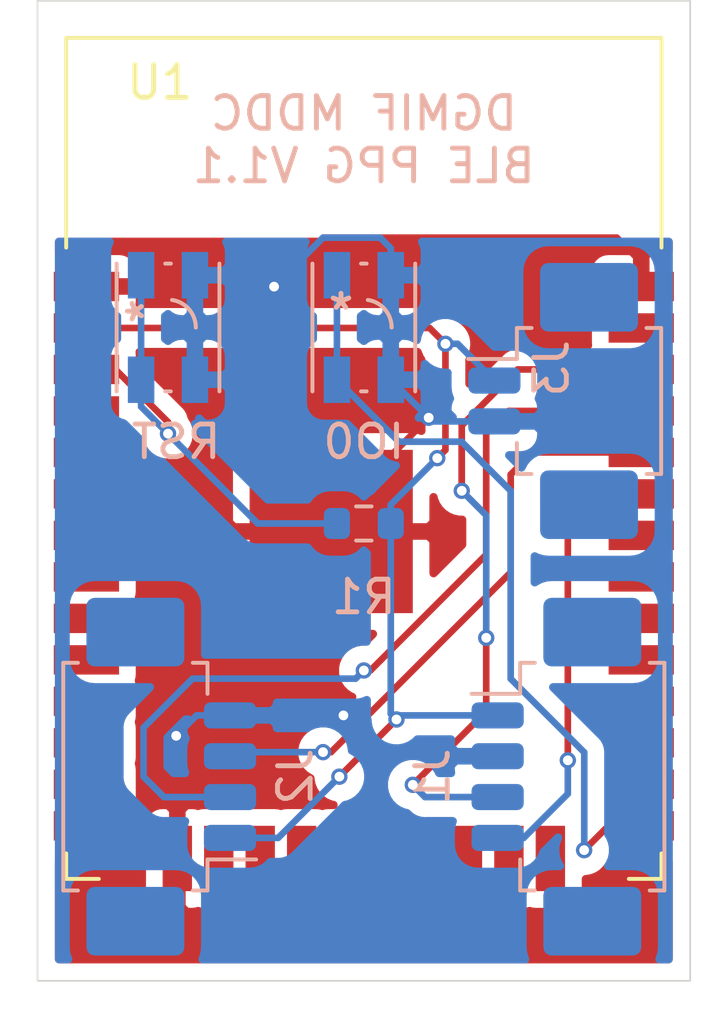
<source format=kicad_pcb>
(kicad_pcb (version 20171130) (host pcbnew "(5.1.10)-1")

  (general
    (thickness 1.6)
    (drawings 7)
    (tracks 111)
    (zones 0)
    (modules 7)
    (nets 37)
  )

  (page A4)
  (layers
    (0 F.Cu signal)
    (31 B.Cu signal)
    (32 B.Adhes user)
    (33 F.Adhes user)
    (34 B.Paste user)
    (35 F.Paste user)
    (36 B.SilkS user)
    (37 F.SilkS user)
    (38 B.Mask user)
    (39 F.Mask user)
    (40 Dwgs.User user)
    (41 Cmts.User user)
    (42 Eco1.User user)
    (43 Eco2.User user)
    (44 Edge.Cuts user)
    (45 Margin user)
    (46 B.CrtYd user)
    (47 F.CrtYd user)
    (48 B.Fab user)
    (49 F.Fab user)
  )

  (setup
    (last_trace_width 0.2032)
    (trace_clearance 0.1524)
    (zone_clearance 0.508)
    (zone_45_only no)
    (trace_min 0.2)
    (via_size 0.5)
    (via_drill 0.3)
    (via_min_size 0.4)
    (via_min_drill 0.3)
    (uvia_size 0.3)
    (uvia_drill 0.1)
    (uvias_allowed no)
    (uvia_min_size 0.2)
    (uvia_min_drill 0.1)
    (edge_width 0.05)
    (segment_width 0.2)
    (pcb_text_width 0.3)
    (pcb_text_size 1.5 1.5)
    (mod_edge_width 0.12)
    (mod_text_size 1 1)
    (mod_text_width 0.15)
    (pad_size 1.524 1.524)
    (pad_drill 0.762)
    (pad_to_mask_clearance 0)
    (aux_axis_origin 0 0)
    (visible_elements 7FFFFFFF)
    (pcbplotparams
      (layerselection 0x010f0_ffffffff)
      (usegerberextensions true)
      (usegerberattributes false)
      (usegerberadvancedattributes false)
      (creategerberjobfile false)
      (excludeedgelayer true)
      (linewidth 0.100000)
      (plotframeref false)
      (viasonmask false)
      (mode 1)
      (useauxorigin true)
      (hpglpennumber 1)
      (hpglpenspeed 20)
      (hpglpendiameter 15.000000)
      (psnegative false)
      (psa4output false)
      (plotreference true)
      (plotvalue true)
      (plotinvisibletext false)
      (padsonsilk false)
      (subtractmaskfromsilk false)
      (outputformat 1)
      (mirror false)
      (drillshape 0)
      (scaleselection 1)
      (outputdirectory "gerber_v1.1/"))
  )

  (net 0 "")
  (net 1 GND)
  (net 2 /ESP_RX)
  (net 3 /ESP_TX)
  (net 4 VCC)
  (net 5 /ESP_IO0)
  (net 6 "Net-(U1-Pad4)")
  (net 7 "Net-(U1-Pad5)")
  (net 8 "Net-(U1-Pad6)")
  (net 9 "Net-(U1-Pad7)")
  (net 10 "Net-(U1-Pad8)")
  (net 11 "Net-(U1-Pad9)")
  (net 12 "Net-(U1-Pad10)")
  (net 13 "Net-(U1-Pad11)")
  (net 14 "Net-(U1-Pad12)")
  (net 15 "Net-(U1-Pad13)")
  (net 16 "Net-(U1-Pad14)")
  (net 17 "Net-(U1-Pad16)")
  (net 18 "Net-(U1-Pad17)")
  (net 19 "Net-(U1-Pad18)")
  (net 20 "Net-(U1-Pad19)")
  (net 21 "Net-(U1-Pad20)")
  (net 22 "Net-(U1-Pad21)")
  (net 23 "Net-(U1-Pad22)")
  (net 24 "Net-(U1-Pad23)")
  (net 25 "Net-(U1-Pad24)")
  (net 26 "Net-(U1-Pad26)")
  (net 27 "Net-(U1-Pad27)")
  (net 28 "Net-(U1-Pad28)")
  (net 29 "Net-(U1-Pad29)")
  (net 30 "Net-(U1-Pad30)")
  (net 31 "Net-(U1-Pad31)")
  (net 32 "Net-(U1-Pad32)")
  (net 33 /I2C_SDA)
  (net 34 /I2C_SCL)
  (net 35 "Net-(U1-Pad37)")
  (net 36 /ESP32_EN)

  (net_class Default "This is the default net class."
    (clearance 0.1524)
    (trace_width 0.2032)
    (via_dia 0.5)
    (via_drill 0.3)
    (uvia_dia 0.3)
    (uvia_drill 0.1)
    (add_net /ESP32_EN)
    (add_net /ESP_IO0)
    (add_net /ESP_RX)
    (add_net /ESP_TX)
    (add_net /I2C_SCL)
    (add_net /I2C_SDA)
    (add_net GND)
    (add_net "Net-(U1-Pad10)")
    (add_net "Net-(U1-Pad11)")
    (add_net "Net-(U1-Pad12)")
    (add_net "Net-(U1-Pad13)")
    (add_net "Net-(U1-Pad14)")
    (add_net "Net-(U1-Pad16)")
    (add_net "Net-(U1-Pad17)")
    (add_net "Net-(U1-Pad18)")
    (add_net "Net-(U1-Pad19)")
    (add_net "Net-(U1-Pad20)")
    (add_net "Net-(U1-Pad21)")
    (add_net "Net-(U1-Pad22)")
    (add_net "Net-(U1-Pad23)")
    (add_net "Net-(U1-Pad24)")
    (add_net "Net-(U1-Pad26)")
    (add_net "Net-(U1-Pad27)")
    (add_net "Net-(U1-Pad28)")
    (add_net "Net-(U1-Pad29)")
    (add_net "Net-(U1-Pad30)")
    (add_net "Net-(U1-Pad31)")
    (add_net "Net-(U1-Pad32)")
    (add_net "Net-(U1-Pad37)")
    (add_net "Net-(U1-Pad4)")
    (add_net "Net-(U1-Pad5)")
    (add_net "Net-(U1-Pad6)")
    (add_net "Net-(U1-Pad7)")
    (add_net "Net-(U1-Pad8)")
    (add_net "Net-(U1-Pad9)")
    (add_net VCC)
  )

  (module Connector_Molex:Molex_PicoBlade_53261-0471_1x04-1MP_P1.25mm_Horizontal (layer B.Cu) (tedit 5B78AD89) (tstamp 60DAC042)
    (at 116.5 143.75 270)
    (descr "Molex PicoBlade series connector, 53261-0471 (http://www.molex.com/pdm_docs/sd/532610271_sd.pdf), generated with kicad-footprint-generator")
    (tags "connector Molex PicoBlade top entry")
    (path /60DAEDC2)
    (attr smd)
    (fp_text reference J1 (at 0 4.4 270) (layer B.SilkS)
      (effects (font (size 1 1) (thickness 0.15)) (justify mirror))
    )
    (fp_text value "532610471(angled)" (at 0 -3.8 270) (layer B.Fab)
      (effects (font (size 1 1) (thickness 0.15)) (justify mirror))
    )
    (fp_text user %R (at 0 -1.9 90) (layer B.Fab)
      (effects (font (size 1 1) (thickness 0.15)) (justify mirror))
    )
    (fp_line (start -3.375 1.6) (end 3.375 1.6) (layer B.Fab) (width 0.1))
    (fp_line (start -3.485 1.26) (end -3.485 1.71) (layer B.SilkS) (width 0.12))
    (fp_line (start -3.485 1.71) (end -2.535 1.71) (layer B.SilkS) (width 0.12))
    (fp_line (start -2.535 1.71) (end -2.535 3.2) (layer B.SilkS) (width 0.12))
    (fp_line (start 3.485 1.26) (end 3.485 1.71) (layer B.SilkS) (width 0.12))
    (fp_line (start 3.485 1.71) (end 2.535 1.71) (layer B.SilkS) (width 0.12))
    (fp_line (start -3.485 -2.26) (end -3.485 -2.71) (layer B.SilkS) (width 0.12))
    (fp_line (start -3.485 -2.71) (end 3.485 -2.71) (layer B.SilkS) (width 0.12))
    (fp_line (start 3.485 -2.71) (end 3.485 -2.26) (layer B.SilkS) (width 0.12))
    (fp_line (start -3.375 -2.6) (end 3.375 -2.6) (layer B.Fab) (width 0.1))
    (fp_line (start -3.375 1.6) (end -3.375 -2.6) (layer B.Fab) (width 0.1))
    (fp_line (start 3.375 1.6) (end 3.375 -2.6) (layer B.Fab) (width 0.1))
    (fp_line (start -3.375 0.6) (end -4.875 0.6) (layer B.Fab) (width 0.1))
    (fp_line (start -4.875 0.6) (end -5.075 0.4) (layer B.Fab) (width 0.1))
    (fp_line (start -5.075 0.4) (end -5.075 -1.4) (layer B.Fab) (width 0.1))
    (fp_line (start -5.075 -1.4) (end -4.875 -1.6) (layer B.Fab) (width 0.1))
    (fp_line (start -4.875 -1.6) (end -4.875 -2.2) (layer B.Fab) (width 0.1))
    (fp_line (start -4.875 -2.2) (end -3.375 -2.2) (layer B.Fab) (width 0.1))
    (fp_line (start 3.375 0.6) (end 4.875 0.6) (layer B.Fab) (width 0.1))
    (fp_line (start 4.875 0.6) (end 5.075 0.4) (layer B.Fab) (width 0.1))
    (fp_line (start 5.075 0.4) (end 5.075 -1.4) (layer B.Fab) (width 0.1))
    (fp_line (start 5.075 -1.4) (end 4.875 -1.6) (layer B.Fab) (width 0.1))
    (fp_line (start 4.875 -1.6) (end 4.875 -2.2) (layer B.Fab) (width 0.1))
    (fp_line (start 4.875 -2.2) (end 3.375 -2.2) (layer B.Fab) (width 0.1))
    (fp_line (start -5.98 3.7) (end -5.98 -3.1) (layer B.CrtYd) (width 0.05))
    (fp_line (start -5.98 -3.1) (end 5.98 -3.1) (layer B.CrtYd) (width 0.05))
    (fp_line (start 5.98 -3.1) (end 5.98 3.7) (layer B.CrtYd) (width 0.05))
    (fp_line (start 5.98 3.7) (end -5.98 3.7) (layer B.CrtYd) (width 0.05))
    (fp_line (start -2.375 1.6) (end -1.875 0.892893) (layer B.Fab) (width 0.1))
    (fp_line (start -1.875 0.892893) (end -1.375 1.6) (layer B.Fab) (width 0.1))
    (pad MP smd roundrect (at 4.425 -0.5 270) (size 2.1 3) (layers B.Cu B.Paste B.Mask) (roundrect_rratio 0.119047619047619))
    (pad MP smd roundrect (at -4.425 -0.5 270) (size 2.1 3) (layers B.Cu B.Paste B.Mask) (roundrect_rratio 0.119047619047619))
    (pad 4 smd roundrect (at 1.875 2.4 270) (size 0.8 1.6) (layers B.Cu B.Paste B.Mask) (roundrect_rratio 0.25)
      (net 33 /I2C_SDA))
    (pad 3 smd roundrect (at 0.625 2.4 270) (size 0.8 1.6) (layers B.Cu B.Paste B.Mask) (roundrect_rratio 0.25)
      (net 34 /I2C_SCL))
    (pad 2 smd roundrect (at -0.625 2.4 270) (size 0.8 1.6) (layers B.Cu B.Paste B.Mask) (roundrect_rratio 0.25)
      (net 1 GND))
    (pad 1 smd roundrect (at -1.875 2.4 270) (size 0.8 1.6) (layers B.Cu B.Paste B.Mask) (roundrect_rratio 0.25)
      (net 4 VCC))
    (model ${KISYS3DMOD}/Connector_Molex.3dshapes/Molex_PicoBlade_53261-0471_1x04-1MP_P1.25mm_Horizontal.wrl
      (at (xyz 0 0 0))
      (scale (xyz 1 1 1))
      (rotate (xyz 0 0 0))
    )
  )

  (module jgshin_KiCad_lib:ESP32-WROOM-32-Min_keepout (layer F.Cu) (tedit 60D95FD0) (tstamp 60D9FBC3)
    (at 110 137)
    (descr "Single 2.4 GHz Wi-Fi and Bluetooth combo chip https://www.espressif.com/sites/default/files/documentation/esp32-wroom-32_datasheet_en.pdf")
    (tags "Single 2.4 GHz Wi-Fi and Bluetooth combo  chip")
    (path /60D923F3)
    (attr smd)
    (fp_text reference U1 (at -6.25 -14.5 180) (layer F.SilkS)
      (effects (font (size 1 1) (thickness 0.15)))
    )
    (fp_text value ESP32-WROOM-32 (at 0 11.5) (layer F.Fab)
      (effects (font (size 1 1) (thickness 0.15)))
    )
    (fp_line (start -9.75 -16.25) (end 9.75 -16.25) (layer F.CrtYd) (width 0.05))
    (fp_line (start 9 9.76) (end 9 -15.745) (layer F.Fab) (width 0.1))
    (fp_line (start -9 9.76) (end 9 9.76) (layer F.Fab) (width 0.1))
    (fp_line (start -9 -15.745) (end -9 -10.02) (layer F.Fab) (width 0.1))
    (fp_line (start -9 -15.745) (end 9 -15.745) (layer F.Fab) (width 0.1))
    (fp_line (start -9.75 10.5) (end -9.75 -16.25) (layer F.CrtYd) (width 0.05))
    (fp_line (start -9.75 10.5) (end 9.75 10.5) (layer F.CrtYd) (width 0.05))
    (fp_line (start 9.75 -16.25) (end 9.75 10.5) (layer F.CrtYd) (width 0.05))
    (fp_line (start -9 -9.02) (end -9 9.76) (layer F.Fab) (width 0.1))
    (fp_line (start -8.5 -9.52) (end -9 -10.02) (layer F.Fab) (width 0.1))
    (fp_line (start -9 -9.02) (end -8.5 -9.52) (layer F.Fab) (width 0.1))
    (fp_line (start -9.12 9.1) (end -9.12 9.88) (layer F.SilkS) (width 0.12))
    (fp_line (start -9.12 9.88) (end -8.12 9.88) (layer F.SilkS) (width 0.12))
    (fp_line (start 9.12 9.1) (end 9.12 9.88) (layer F.SilkS) (width 0.12))
    (fp_line (start 9.12 9.88) (end 8.12 9.88) (layer F.SilkS) (width 0.12))
    (fp_line (start -9.12 -15.865) (end 9.12 -15.865) (layer F.SilkS) (width 0.12))
    (fp_line (start 9.12 -15.865) (end 9.12 -9.445) (layer F.SilkS) (width 0.12))
    (fp_line (start -9.12 -15.865) (end -9.12 -9.445) (layer F.SilkS) (width 0.12))
    (fp_text user %R (at 0 0) (layer F.Fab)
      (effects (font (size 1 1) (thickness 0.15)))
    )
    (pad 39 smd rect (at -1 -0.755) (size 5 5) (layers F.Cu F.Paste F.Mask)
      (net 1 GND))
    (pad 1 smd rect (at -8.5 -8.255) (size 2 0.9) (layers F.Cu F.Paste F.Mask)
      (net 1 GND))
    (pad 2 smd rect (at -8.5 -6.985) (size 2 0.9) (layers F.Cu F.Paste F.Mask)
      (net 4 VCC))
    (pad 3 smd rect (at -8.5 -5.715) (size 2 0.9) (layers F.Cu F.Paste F.Mask)
      (net 36 /ESP32_EN))
    (pad 4 smd rect (at -8.5 -4.445) (size 2 0.9) (layers F.Cu F.Paste F.Mask)
      (net 6 "Net-(U1-Pad4)"))
    (pad 5 smd rect (at -8.5 -3.175) (size 2 0.9) (layers F.Cu F.Paste F.Mask)
      (net 7 "Net-(U1-Pad5)"))
    (pad 6 smd rect (at -8.5 -1.905) (size 2 0.9) (layers F.Cu F.Paste F.Mask)
      (net 8 "Net-(U1-Pad6)"))
    (pad 7 smd rect (at -8.5 -0.635) (size 2 0.9) (layers F.Cu F.Paste F.Mask)
      (net 9 "Net-(U1-Pad7)"))
    (pad 8 smd rect (at -8.5 0.635) (size 2 0.9) (layers F.Cu F.Paste F.Mask)
      (net 10 "Net-(U1-Pad8)"))
    (pad 9 smd rect (at -8.5 1.905) (size 2 0.9) (layers F.Cu F.Paste F.Mask)
      (net 11 "Net-(U1-Pad9)"))
    (pad 10 smd rect (at -8.5 3.175) (size 2 0.9) (layers F.Cu F.Paste F.Mask)
      (net 12 "Net-(U1-Pad10)"))
    (pad 11 smd rect (at -8.5 4.445) (size 2 0.9) (layers F.Cu F.Paste F.Mask)
      (net 13 "Net-(U1-Pad11)"))
    (pad 12 smd rect (at -8.5 5.715) (size 2 0.9) (layers F.Cu F.Paste F.Mask)
      (net 14 "Net-(U1-Pad12)"))
    (pad 13 smd rect (at -8.5 6.985) (size 2 0.9) (layers F.Cu F.Paste F.Mask)
      (net 15 "Net-(U1-Pad13)"))
    (pad 14 smd rect (at -8.5 8.255) (size 2 0.9) (layers F.Cu F.Paste F.Mask)
      (net 16 "Net-(U1-Pad14)"))
    (pad 15 smd rect (at -5.715 9.255 90) (size 2 0.9) (layers F.Cu F.Paste F.Mask)
      (net 1 GND))
    (pad 16 smd rect (at -4.445 9.255 90) (size 2 0.9) (layers F.Cu F.Paste F.Mask)
      (net 17 "Net-(U1-Pad16)"))
    (pad 17 smd rect (at -3.175 9.255 90) (size 2 0.9) (layers F.Cu F.Paste F.Mask)
      (net 18 "Net-(U1-Pad17)"))
    (pad 18 smd rect (at -1.905 9.255 90) (size 2 0.9) (layers F.Cu F.Paste F.Mask)
      (net 19 "Net-(U1-Pad18)"))
    (pad 19 smd rect (at -0.635 9.255 90) (size 2 0.9) (layers F.Cu F.Paste F.Mask)
      (net 20 "Net-(U1-Pad19)"))
    (pad 20 smd rect (at 0.635 9.255 90) (size 2 0.9) (layers F.Cu F.Paste F.Mask)
      (net 21 "Net-(U1-Pad20)"))
    (pad 21 smd rect (at 1.905 9.255 90) (size 2 0.9) (layers F.Cu F.Paste F.Mask)
      (net 22 "Net-(U1-Pad21)"))
    (pad 22 smd rect (at 3.175 9.255 90) (size 2 0.9) (layers F.Cu F.Paste F.Mask)
      (net 23 "Net-(U1-Pad22)"))
    (pad 23 smd rect (at 4.445 9.255 90) (size 2 0.9) (layers F.Cu F.Paste F.Mask)
      (net 24 "Net-(U1-Pad23)"))
    (pad 24 smd rect (at 5.715 9.255 90) (size 2 0.9) (layers F.Cu F.Paste F.Mask)
      (net 25 "Net-(U1-Pad24)"))
    (pad 25 smd rect (at 8.5 8.255) (size 2 0.9) (layers F.Cu F.Paste F.Mask)
      (net 5 /ESP_IO0))
    (pad 26 smd rect (at 8.5 6.985) (size 2 0.9) (layers F.Cu F.Paste F.Mask)
      (net 26 "Net-(U1-Pad26)"))
    (pad 27 smd rect (at 8.5 5.715) (size 2 0.9) (layers F.Cu F.Paste F.Mask)
      (net 27 "Net-(U1-Pad27)"))
    (pad 28 smd rect (at 8.5 4.445) (size 2 0.9) (layers F.Cu F.Paste F.Mask)
      (net 28 "Net-(U1-Pad28)"))
    (pad 29 smd rect (at 8.5 3.175) (size 2 0.9) (layers F.Cu F.Paste F.Mask)
      (net 29 "Net-(U1-Pad29)"))
    (pad 30 smd rect (at 8.5 1.905) (size 2 0.9) (layers F.Cu F.Paste F.Mask)
      (net 30 "Net-(U1-Pad30)"))
    (pad 31 smd rect (at 8.5 0.635) (size 2 0.9) (layers F.Cu F.Paste F.Mask)
      (net 31 "Net-(U1-Pad31)"))
    (pad 32 smd rect (at 8.5 -0.635) (size 2 0.9) (layers F.Cu F.Paste F.Mask)
      (net 32 "Net-(U1-Pad32)"))
    (pad 33 smd rect (at 8.5 -1.905) (size 2 0.9) (layers F.Cu F.Paste F.Mask)
      (net 33 /I2C_SDA))
    (pad 34 smd rect (at 8.5 -3.175) (size 2 0.9) (layers F.Cu F.Paste F.Mask)
      (net 2 /ESP_RX))
    (pad 35 smd rect (at 8.5 -4.445) (size 2 0.9) (layers F.Cu F.Paste F.Mask)
      (net 3 /ESP_TX))
    (pad 36 smd rect (at 8.5 -5.715) (size 2 0.9) (layers F.Cu F.Paste F.Mask)
      (net 34 /I2C_SCL))
    (pad 37 smd rect (at 8.5 -6.985) (size 2 0.9) (layers F.Cu F.Paste F.Mask)
      (net 35 "Net-(U1-Pad37)"))
    (pad 38 smd rect (at 8.5 -8.255) (size 2 0.9) (layers F.Cu F.Paste F.Mask)
      (net 1 GND))
    (model ${KISYS3DMOD}/RF_Module.3dshapes/ESP32-WROOM-32.wrl
      (at (xyz 0 0 0))
      (scale (xyz 1 1 1))
      (rotate (xyz 0 0 0))
    )
  )

  (module jgshin_KiCad_lib:PTS830GM140SMTRLFS_mod (layer B.Cu) (tedit 60DA7DEE) (tstamp 60DB03C4)
    (at 104 130 270)
    (path /60DBCCAD)
    (fp_text reference U3 (at -0.6 -2.9 270) (layer Cmts.User)
      (effects (font (size 1 1) (thickness 0.15)))
    )
    (fp_text value PTS830GM140SMTRLFS (at 0.4 -4.2 270) (layer Cmts.User)
      (effects (font (size 1 1) (thickness 0.15)))
    )
    (fp_circle (center 0 0) (end 0.8509 0) (layer B.Fab) (width 0.1))
    (fp_line (start 2.0828 -1.7018) (end -2.0828 -1.7018) (layer B.CrtYd) (width 0.05))
    (fp_line (start 2.0828 -1.714) (end 2.0828 -1.7018) (layer B.CrtYd) (width 0.05))
    (fp_line (start 2.4638 -1.714) (end 2.0828 -1.714) (layer B.CrtYd) (width 0.05))
    (fp_line (start 2.4638 1.714) (end 2.4638 -1.714) (layer B.CrtYd) (width 0.05))
    (fp_line (start 2.0828 1.714) (end 2.4638 1.714) (layer B.CrtYd) (width 0.05))
    (fp_line (start 2.0828 1.7018) (end 2.0828 1.714) (layer B.CrtYd) (width 0.05))
    (fp_line (start -2.0828 1.7018) (end 2.0828 1.7018) (layer B.CrtYd) (width 0.05))
    (fp_line (start -2.0828 1.714) (end -2.0828 1.7018) (layer B.CrtYd) (width 0.05))
    (fp_line (start -2.4638 1.714) (end -2.0828 1.714) (layer B.CrtYd) (width 0.05))
    (fp_line (start -2.4638 -1.714) (end -2.4638 1.714) (layer B.CrtYd) (width 0.05))
    (fp_line (start -2.0828 -1.714) (end -2.4638 -1.714) (layer B.CrtYd) (width 0.05))
    (fp_line (start -2.0828 -1.7018) (end -2.0828 -1.714) (layer B.CrtYd) (width 0.05))
    (fp_line (start -1.8288 1.4478) (end -1.8288 -1.4478) (layer B.Fab) (width 0.1))
    (fp_line (start 1.8288 1.4478) (end -1.8288 1.4478) (layer B.Fab) (width 0.1))
    (fp_line (start 1.8288 -1.4478) (end 1.8288 1.4478) (layer B.Fab) (width 0.1))
    (fp_line (start -1.8288 -1.4478) (end 1.8288 -1.4478) (layer B.Fab) (width 0.1))
    (fp_line (start -1.9558 0.08586) (end -1.9558 -0.08586) (layer B.SilkS) (width 0.12))
    (fp_line (start 1.9558 1.5748) (end -1.9558 1.5748) (layer B.SilkS) (width 0.12))
    (fp_line (start 1.9558 -0.08586) (end 1.9558 0.08586) (layer B.SilkS) (width 0.12))
    (fp_line (start -1.9558 -1.5748) (end 1.9558 -1.5748) (layer B.SilkS) (width 0.12))
    (fp_line (start 1.9558 1.206) (end 1.8288 1.206) (layer B.Fab) (width 0.1))
    (fp_line (start 1.9558 0.444) (end 1.9558 1.206) (layer B.Fab) (width 0.1))
    (fp_line (start 1.8288 0.444) (end 1.9558 0.444) (layer B.Fab) (width 0.1))
    (fp_line (start 1.8288 1.206) (end 1.8288 0.444) (layer B.Fab) (width 0.1))
    (fp_line (start 1.9558 -0.444) (end 1.8288 -0.444) (layer B.Fab) (width 0.1))
    (fp_line (start 1.9558 -1.206) (end 1.9558 -0.444) (layer B.Fab) (width 0.1))
    (fp_line (start 1.8288 -1.206) (end 1.9558 -1.206) (layer B.Fab) (width 0.1))
    (fp_line (start 1.8288 -0.444) (end 1.8288 -1.206) (layer B.Fab) (width 0.1))
    (fp_line (start -1.9558 -1.206) (end -1.8288 -1.206) (layer B.Fab) (width 0.1))
    (fp_line (start -1.9558 -0.444) (end -1.9558 -1.206) (layer B.Fab) (width 0.1))
    (fp_line (start -1.8288 -0.444) (end -1.9558 -0.444) (layer B.Fab) (width 0.1))
    (fp_line (start -1.8288 -1.206) (end -1.8288 -0.444) (layer B.Fab) (width 0.1))
    (fp_line (start -1.9558 0.444) (end -1.8288 0.444) (layer B.Fab) (width 0.1))
    (fp_line (start -1.9558 1.206) (end -1.9558 0.444) (layer B.Fab) (width 0.1))
    (fp_line (start -1.8288 1.206) (end -1.9558 1.206) (layer B.Fab) (width 0.1))
    (fp_line (start -1.8288 0.444) (end -1.8288 1.206) (layer B.Fab) (width 0.1))
    (fp_arc (start 0 0) (end 0 -0.8509) (angle -81.647034) (layer B.SilkS) (width 0.12))
    (fp_arc (start 0 0) (end 0 -0.8509) (angle -11.95543) (layer B.SilkS) (width 0.12))
    (fp_arc (start 0 0) (end 0 -0.8509) (angle -81.647041) (layer B.SilkS) (width 0.12))
    (fp_text user * (at -0.5 0.7 270) (layer B.SilkS)
      (effects (font (size 1 1) (thickness 0.15)) (justify mirror))
    )
    (fp_text user * (at -1.4478 1.2568 270) (layer B.Fab)
      (effects (font (size 1 1) (thickness 0.15)) (justify mirror))
    )
    (fp_text user * (at -1.4478 1.2568 270) (layer B.Fab)
      (effects (font (size 1 1) (thickness 0.15)) (justify mirror))
    )
    (pad 2 smd rect (at 1.6002 0.825 270) (size 1.4224 0.8128) (layers B.Cu B.Paste B.Mask)
      (net 36 /ESP32_EN))
    (pad 4 smd rect (at 1.6002 -0.825 270) (size 1.4224 0.8128) (layers B.Cu B.Paste B.Mask)
      (net 1 GND))
    (pad 3 smd rect (at -1.6002 -0.825 270) (size 1.4224 0.8128) (layers B.Cu B.Paste B.Mask)
      (net 1 GND))
    (pad 1 smd rect (at -1.6002 0.825 270) (size 1.4224 0.8128) (layers B.Cu B.Paste B.Mask)
      (net 36 /ESP32_EN))
  )

  (module jgshin_KiCad_lib:PTS830GM140SMTRLFS_mod (layer B.Cu) (tedit 60DA7DEE) (tstamp 60DB02C9)
    (at 110 130 270)
    (path /60DBCCA7)
    (fp_text reference U2 (at -0.6 -2.9 270) (layer Cmts.User)
      (effects (font (size 1 1) (thickness 0.15)))
    )
    (fp_text value PTS830GM140SMTRLFS (at 0.4 -4.2 270) (layer Cmts.User)
      (effects (font (size 1 1) (thickness 0.15)))
    )
    (fp_circle (center 0 0) (end 0.8509 0) (layer B.Fab) (width 0.1))
    (fp_line (start 2.0828 -1.7018) (end -2.0828 -1.7018) (layer B.CrtYd) (width 0.05))
    (fp_line (start 2.0828 -1.714) (end 2.0828 -1.7018) (layer B.CrtYd) (width 0.05))
    (fp_line (start 2.4638 -1.714) (end 2.0828 -1.714) (layer B.CrtYd) (width 0.05))
    (fp_line (start 2.4638 1.714) (end 2.4638 -1.714) (layer B.CrtYd) (width 0.05))
    (fp_line (start 2.0828 1.714) (end 2.4638 1.714) (layer B.CrtYd) (width 0.05))
    (fp_line (start 2.0828 1.7018) (end 2.0828 1.714) (layer B.CrtYd) (width 0.05))
    (fp_line (start -2.0828 1.7018) (end 2.0828 1.7018) (layer B.CrtYd) (width 0.05))
    (fp_line (start -2.0828 1.714) (end -2.0828 1.7018) (layer B.CrtYd) (width 0.05))
    (fp_line (start -2.4638 1.714) (end -2.0828 1.714) (layer B.CrtYd) (width 0.05))
    (fp_line (start -2.4638 -1.714) (end -2.4638 1.714) (layer B.CrtYd) (width 0.05))
    (fp_line (start -2.0828 -1.714) (end -2.4638 -1.714) (layer B.CrtYd) (width 0.05))
    (fp_line (start -2.0828 -1.7018) (end -2.0828 -1.714) (layer B.CrtYd) (width 0.05))
    (fp_line (start -1.8288 1.4478) (end -1.8288 -1.4478) (layer B.Fab) (width 0.1))
    (fp_line (start 1.8288 1.4478) (end -1.8288 1.4478) (layer B.Fab) (width 0.1))
    (fp_line (start 1.8288 -1.4478) (end 1.8288 1.4478) (layer B.Fab) (width 0.1))
    (fp_line (start -1.8288 -1.4478) (end 1.8288 -1.4478) (layer B.Fab) (width 0.1))
    (fp_line (start -1.9558 0.08586) (end -1.9558 -0.08586) (layer B.SilkS) (width 0.12))
    (fp_line (start 1.9558 1.5748) (end -1.9558 1.5748) (layer B.SilkS) (width 0.12))
    (fp_line (start 1.9558 -0.08586) (end 1.9558 0.08586) (layer B.SilkS) (width 0.12))
    (fp_line (start -1.9558 -1.5748) (end 1.9558 -1.5748) (layer B.SilkS) (width 0.12))
    (fp_line (start 1.9558 1.206) (end 1.8288 1.206) (layer B.Fab) (width 0.1))
    (fp_line (start 1.9558 0.444) (end 1.9558 1.206) (layer B.Fab) (width 0.1))
    (fp_line (start 1.8288 0.444) (end 1.9558 0.444) (layer B.Fab) (width 0.1))
    (fp_line (start 1.8288 1.206) (end 1.8288 0.444) (layer B.Fab) (width 0.1))
    (fp_line (start 1.9558 -0.444) (end 1.8288 -0.444) (layer B.Fab) (width 0.1))
    (fp_line (start 1.9558 -1.206) (end 1.9558 -0.444) (layer B.Fab) (width 0.1))
    (fp_line (start 1.8288 -1.206) (end 1.9558 -1.206) (layer B.Fab) (width 0.1))
    (fp_line (start 1.8288 -0.444) (end 1.8288 -1.206) (layer B.Fab) (width 0.1))
    (fp_line (start -1.9558 -1.206) (end -1.8288 -1.206) (layer B.Fab) (width 0.1))
    (fp_line (start -1.9558 -0.444) (end -1.9558 -1.206) (layer B.Fab) (width 0.1))
    (fp_line (start -1.8288 -0.444) (end -1.9558 -0.444) (layer B.Fab) (width 0.1))
    (fp_line (start -1.8288 -1.206) (end -1.8288 -0.444) (layer B.Fab) (width 0.1))
    (fp_line (start -1.9558 0.444) (end -1.8288 0.444) (layer B.Fab) (width 0.1))
    (fp_line (start -1.9558 1.206) (end -1.9558 0.444) (layer B.Fab) (width 0.1))
    (fp_line (start -1.8288 1.206) (end -1.9558 1.206) (layer B.Fab) (width 0.1))
    (fp_line (start -1.8288 0.444) (end -1.8288 1.206) (layer B.Fab) (width 0.1))
    (fp_arc (start 0 0) (end 0 -0.8509) (angle -81.647034) (layer B.SilkS) (width 0.12))
    (fp_arc (start 0 0) (end 0 -0.8509) (angle -11.95543) (layer B.SilkS) (width 0.12))
    (fp_arc (start 0 0) (end 0 -0.8509) (angle -81.647041) (layer B.SilkS) (width 0.12))
    (fp_text user * (at -0.5 0.7) (layer B.SilkS)
      (effects (font (size 1 1) (thickness 0.15)) (justify mirror))
    )
    (fp_text user * (at -1.4478 1.2568 270) (layer B.Fab)
      (effects (font (size 1 1) (thickness 0.15)) (justify mirror))
    )
    (fp_text user * (at -1.4478 1.2568 270) (layer B.Fab)
      (effects (font (size 1 1) (thickness 0.15)) (justify mirror))
    )
    (pad 2 smd rect (at 1.6002 0.825 270) (size 1.4224 0.8128) (layers B.Cu B.Paste B.Mask)
      (net 5 /ESP_IO0))
    (pad 4 smd rect (at 1.6002 -0.825 270) (size 1.4224 0.8128) (layers B.Cu B.Paste B.Mask)
      (net 1 GND))
    (pad 3 smd rect (at -1.6002 -0.825 270) (size 1.4224 0.8128) (layers B.Cu B.Paste B.Mask)
      (net 1 GND))
    (pad 1 smd rect (at -1.6002 0.825 270) (size 1.4224 0.8128) (layers B.Cu B.Paste B.Mask)
      (net 5 /ESP_IO0))
  )

  (module Resistor_SMD:R_0603_1608Metric (layer B.Cu) (tedit 5F68FEEE) (tstamp 60DAF77E)
    (at 110 136)
    (descr "Resistor SMD 0603 (1608 Metric), square (rectangular) end terminal, IPC_7351 nominal, (Body size source: IPC-SM-782 page 72, https://www.pcb-3d.com/wordpress/wp-content/uploads/ipc-sm-782a_amendment_1_and_2.pdf), generated with kicad-footprint-generator")
    (tags resistor)
    (path /60DFD199)
    (attr smd)
    (fp_text reference R1 (at 0 2.25) (layer B.SilkS)
      (effects (font (size 1 1) (thickness 0.15)) (justify mirror))
    )
    (fp_text value 10k (at 0 -1.43) (layer B.Fab)
      (effects (font (size 1 1) (thickness 0.15)) (justify mirror))
    )
    (fp_line (start 1.48 -0.73) (end -1.48 -0.73) (layer B.CrtYd) (width 0.05))
    (fp_line (start 1.48 0.73) (end 1.48 -0.73) (layer B.CrtYd) (width 0.05))
    (fp_line (start -1.48 0.73) (end 1.48 0.73) (layer B.CrtYd) (width 0.05))
    (fp_line (start -1.48 -0.73) (end -1.48 0.73) (layer B.CrtYd) (width 0.05))
    (fp_line (start -0.237258 -0.5225) (end 0.237258 -0.5225) (layer B.SilkS) (width 0.12))
    (fp_line (start -0.237258 0.5225) (end 0.237258 0.5225) (layer B.SilkS) (width 0.12))
    (fp_line (start 0.8 -0.4125) (end -0.8 -0.4125) (layer B.Fab) (width 0.1))
    (fp_line (start 0.8 0.4125) (end 0.8 -0.4125) (layer B.Fab) (width 0.1))
    (fp_line (start -0.8 0.4125) (end 0.8 0.4125) (layer B.Fab) (width 0.1))
    (fp_line (start -0.8 -0.4125) (end -0.8 0.4125) (layer B.Fab) (width 0.1))
    (fp_text user %R (at 0 0) (layer B.Fab)
      (effects (font (size 0.4 0.4) (thickness 0.06)) (justify mirror))
    )
    (pad 1 smd roundrect (at -0.825 0) (size 0.8 0.95) (layers B.Cu B.Paste B.Mask) (roundrect_rratio 0.25)
      (net 36 /ESP32_EN))
    (pad 2 smd roundrect (at 0.825 0) (size 0.8 0.95) (layers B.Cu B.Paste B.Mask) (roundrect_rratio 0.25)
      (net 4 VCC))
    (model ${KISYS3DMOD}/Resistor_SMD.3dshapes/R_0603_1608Metric.wrl
      (at (xyz 0 0 0))
      (scale (xyz 1 1 1))
      (rotate (xyz 0 0 0))
    )
  )

  (module Connector_Molex:Molex_PicoBlade_53261-0271_1x02-1MP_P1.25mm_Horizontal (layer B.Cu) (tedit 5B78AD89) (tstamp 60DB1F16)
    (at 116.4 132.25 270)
    (descr "Molex PicoBlade series connector, 53261-0271 (http://www.molex.com/pdm_docs/sd/532610271_sd.pdf), generated with kicad-footprint-generator")
    (tags "connector Molex PicoBlade top entry")
    (path /60DAED05)
    (attr smd)
    (fp_text reference J3 (at -1 0.65 270) (layer B.SilkS)
      (effects (font (size 1 1) (thickness 0.15)) (justify mirror))
    )
    (fp_text value "532610271(angled)" (at 0 -3.8 270) (layer B.Fab)
      (effects (font (size 1 1) (thickness 0.15)) (justify mirror))
    )
    (fp_line (start -2.125 1.6) (end 2.125 1.6) (layer B.Fab) (width 0.1))
    (fp_line (start -2.235 1.26) (end -2.235 1.71) (layer B.SilkS) (width 0.12))
    (fp_line (start -2.235 1.71) (end -1.285 1.71) (layer B.SilkS) (width 0.12))
    (fp_line (start -1.285 1.71) (end -1.285 3.2) (layer B.SilkS) (width 0.12))
    (fp_line (start 2.235 1.26) (end 2.235 1.71) (layer B.SilkS) (width 0.12))
    (fp_line (start 2.235 1.71) (end 1.285 1.71) (layer B.SilkS) (width 0.12))
    (fp_line (start -2.235 -2.26) (end -2.235 -2.71) (layer B.SilkS) (width 0.12))
    (fp_line (start -2.235 -2.71) (end 2.235 -2.71) (layer B.SilkS) (width 0.12))
    (fp_line (start 2.235 -2.71) (end 2.235 -2.26) (layer B.SilkS) (width 0.12))
    (fp_line (start -2.125 -2.6) (end 2.125 -2.6) (layer B.Fab) (width 0.1))
    (fp_line (start -2.125 1.6) (end -2.125 -2.6) (layer B.Fab) (width 0.1))
    (fp_line (start 2.125 1.6) (end 2.125 -2.6) (layer B.Fab) (width 0.1))
    (fp_line (start -2.125 0.6) (end -3.625 0.6) (layer B.Fab) (width 0.1))
    (fp_line (start -3.625 0.6) (end -3.825 0.4) (layer B.Fab) (width 0.1))
    (fp_line (start -3.825 0.4) (end -3.825 -1.4) (layer B.Fab) (width 0.1))
    (fp_line (start -3.825 -1.4) (end -3.625 -1.6) (layer B.Fab) (width 0.1))
    (fp_line (start -3.625 -1.6) (end -3.625 -2.2) (layer B.Fab) (width 0.1))
    (fp_line (start -3.625 -2.2) (end -2.125 -2.2) (layer B.Fab) (width 0.1))
    (fp_line (start 2.125 0.6) (end 3.625 0.6) (layer B.Fab) (width 0.1))
    (fp_line (start 3.625 0.6) (end 3.825 0.4) (layer B.Fab) (width 0.1))
    (fp_line (start 3.825 0.4) (end 3.825 -1.4) (layer B.Fab) (width 0.1))
    (fp_line (start 3.825 -1.4) (end 3.625 -1.6) (layer B.Fab) (width 0.1))
    (fp_line (start 3.625 -1.6) (end 3.625 -2.2) (layer B.Fab) (width 0.1))
    (fp_line (start 3.625 -2.2) (end 2.125 -2.2) (layer B.Fab) (width 0.1))
    (fp_line (start -4.72 3.7) (end -4.72 -3.1) (layer B.CrtYd) (width 0.05))
    (fp_line (start -4.72 -3.1) (end 4.72 -3.1) (layer B.CrtYd) (width 0.05))
    (fp_line (start 4.72 -3.1) (end 4.72 3.7) (layer B.CrtYd) (width 0.05))
    (fp_line (start 4.72 3.7) (end -4.72 3.7) (layer B.CrtYd) (width 0.05))
    (fp_line (start -1.125 1.6) (end -0.625 0.892893) (layer B.Fab) (width 0.1))
    (fp_line (start -0.625 0.892893) (end -0.125 1.6) (layer B.Fab) (width 0.1))
    (fp_text user %R (at 0 -1.9 270) (layer B.Fab)
      (effects (font (size 1 1) (thickness 0.15)) (justify mirror))
    )
    (pad MP smd roundrect (at 3.175 -0.5 270) (size 2.1 3) (layers B.Cu B.Paste B.Mask) (roundrect_rratio 0.1190471428571429))
    (pad MP smd roundrect (at -3.175 -0.5 270) (size 2.1 3) (layers B.Cu B.Paste B.Mask) (roundrect_rratio 0.1190471428571429))
    (pad 2 smd roundrect (at 0.625 2.4 270) (size 0.8 1.6) (layers B.Cu B.Paste B.Mask) (roundrect_rratio 0.25)
      (net 1 GND))
    (pad 1 smd roundrect (at -0.625 2.4 270) (size 0.8 1.6) (layers B.Cu B.Paste B.Mask) (roundrect_rratio 0.25)
      (net 4 VCC))
    (model ${KISYS3DMOD}/Connector_Molex.3dshapes/Molex_PicoBlade_53261-0271_1x02-1MP_P1.25mm_Horizontal.wrl
      (at (xyz 0 0 0))
      (scale (xyz 1 1 1))
      (rotate (xyz 0 0 0))
    )
  )

  (module Connector_Molex:Molex_PicoBlade_53261-0471_1x04-1MP_P1.25mm_Horizontal (layer B.Cu) (tedit 5B78AD89) (tstamp 60DA6AB0)
    (at 103.5 143.75 90)
    (descr "Molex PicoBlade series connector, 53261-0471 (http://www.molex.com/pdm_docs/sd/532610271_sd.pdf), generated with kicad-footprint-generator")
    (tags "connector Molex PicoBlade top entry")
    (path /60DAAAAA)
    (attr smd)
    (fp_text reference J2 (at 0 4.4 270) (layer B.SilkS)
      (effects (font (size 1 1) (thickness 0.15)) (justify mirror))
    )
    (fp_text value "532610471(angled)" (at 0 -3.8 270) (layer B.Fab)
      (effects (font (size 1 1) (thickness 0.15)) (justify mirror))
    )
    (fp_line (start -3.375 1.6) (end 3.375 1.6) (layer B.Fab) (width 0.1))
    (fp_line (start -3.485 1.26) (end -3.485 1.71) (layer B.SilkS) (width 0.12))
    (fp_line (start -3.485 1.71) (end -2.535 1.71) (layer B.SilkS) (width 0.12))
    (fp_line (start -2.535 1.71) (end -2.535 3.2) (layer B.SilkS) (width 0.12))
    (fp_line (start 3.485 1.26) (end 3.485 1.71) (layer B.SilkS) (width 0.12))
    (fp_line (start 3.485 1.71) (end 2.535 1.71) (layer B.SilkS) (width 0.12))
    (fp_line (start -3.485 -2.26) (end -3.485 -2.71) (layer B.SilkS) (width 0.12))
    (fp_line (start -3.485 -2.71) (end 3.485 -2.71) (layer B.SilkS) (width 0.12))
    (fp_line (start 3.485 -2.71) (end 3.485 -2.26) (layer B.SilkS) (width 0.12))
    (fp_line (start -3.375 -2.6) (end 3.375 -2.6) (layer B.Fab) (width 0.1))
    (fp_line (start -3.375 1.6) (end -3.375 -2.6) (layer B.Fab) (width 0.1))
    (fp_line (start 3.375 1.6) (end 3.375 -2.6) (layer B.Fab) (width 0.1))
    (fp_line (start -3.375 0.6) (end -4.875 0.6) (layer B.Fab) (width 0.1))
    (fp_line (start -4.875 0.6) (end -5.075 0.4) (layer B.Fab) (width 0.1))
    (fp_line (start -5.075 0.4) (end -5.075 -1.4) (layer B.Fab) (width 0.1))
    (fp_line (start -5.075 -1.4) (end -4.875 -1.6) (layer B.Fab) (width 0.1))
    (fp_line (start -4.875 -1.6) (end -4.875 -2.2) (layer B.Fab) (width 0.1))
    (fp_line (start -4.875 -2.2) (end -3.375 -2.2) (layer B.Fab) (width 0.1))
    (fp_line (start 3.375 0.6) (end 4.875 0.6) (layer B.Fab) (width 0.1))
    (fp_line (start 4.875 0.6) (end 5.075 0.4) (layer B.Fab) (width 0.1))
    (fp_line (start 5.075 0.4) (end 5.075 -1.4) (layer B.Fab) (width 0.1))
    (fp_line (start 5.075 -1.4) (end 4.875 -1.6) (layer B.Fab) (width 0.1))
    (fp_line (start 4.875 -1.6) (end 4.875 -2.2) (layer B.Fab) (width 0.1))
    (fp_line (start 4.875 -2.2) (end 3.375 -2.2) (layer B.Fab) (width 0.1))
    (fp_line (start -5.98 3.7) (end -5.98 -3.1) (layer B.CrtYd) (width 0.05))
    (fp_line (start -5.98 -3.1) (end 5.98 -3.1) (layer B.CrtYd) (width 0.05))
    (fp_line (start 5.98 -3.1) (end 5.98 3.7) (layer B.CrtYd) (width 0.05))
    (fp_line (start 5.98 3.7) (end -5.98 3.7) (layer B.CrtYd) (width 0.05))
    (fp_line (start -2.375 1.6) (end -1.875 0.892893) (layer B.Fab) (width 0.1))
    (fp_line (start -1.875 0.892893) (end -1.375 1.6) (layer B.Fab) (width 0.1))
    (fp_text user %R (at 0 -1.9 270) (layer B.Fab)
      (effects (font (size 1 1) (thickness 0.15)) (justify mirror))
    )
    (pad MP smd roundrect (at 4.425 -0.5 90) (size 2.1 3) (layers B.Cu B.Paste B.Mask) (roundrect_rratio 0.1190471428571429))
    (pad MP smd roundrect (at -4.425 -0.5 90) (size 2.1 3) (layers B.Cu B.Paste B.Mask) (roundrect_rratio 0.1190471428571429))
    (pad 4 smd roundrect (at 1.875 2.4 90) (size 0.8 1.6) (layers B.Cu B.Paste B.Mask) (roundrect_rratio 0.25)
      (net 1 GND))
    (pad 3 smd roundrect (at 0.625 2.4 90) (size 0.8 1.6) (layers B.Cu B.Paste B.Mask) (roundrect_rratio 0.25)
      (net 2 /ESP_RX))
    (pad 2 smd roundrect (at -0.625 2.4 90) (size 0.8 1.6) (layers B.Cu B.Paste B.Mask) (roundrect_rratio 0.25)
      (net 3 /ESP_TX))
    (pad 1 smd roundrect (at -1.875 2.4 90) (size 0.8 1.6) (layers B.Cu B.Paste B.Mask) (roundrect_rratio 0.25)
      (net 4 VCC))
    (model ${KISYS3DMOD}/Connector_Molex.3dshapes/Molex_PicoBlade_53261-0471_1x04-1MP_P1.25mm_Horizontal.wrl
      (at (xyz 0 0 0))
      (scale (xyz 1 1 1))
      (rotate (xyz 0 0 0))
    )
  )

  (gr_text IO0 (at 110 133.5) (layer B.SilkS)
    (effects (font (size 1 1) (thickness 0.15)) (justify mirror))
  )
  (gr_text "RST\n" (at 104.25 133.5) (layer B.SilkS)
    (effects (font (size 1 1) (thickness 0.15)) (justify mirror))
  )
  (gr_text "DGMIF MDDC\nBLE PPG V1.1" (at 110 124.25) (layer B.SilkS)
    (effects (font (size 1 1) (thickness 0.15)) (justify mirror))
  )
  (gr_line (start 120 150) (end 100 150) (layer Edge.Cuts) (width 0.05))
  (gr_line (start 120 120) (end 120 150) (layer Edge.Cuts) (width 0.05))
  (gr_line (start 100 120) (end 120 120) (layer Edge.Cuts) (width 0.05))
  (gr_line (start 100 150) (end 100 120) (layer Edge.Cuts) (width 0.05))

  (via (at 107.25 128.75) (size 0.5) (drill 0.3) (layers F.Cu B.Cu) (net 1))
  (segment (start 107.245 128.745) (end 107.25 128.75) (width 0.2032) (layer F.Cu) (net 1))
  (segment (start 101.5 128.745) (end 107.245 128.745) (width 0.2032) (layer F.Cu) (net 1))
  (segment (start 106.8998 128.3998) (end 104.825 128.3998) (width 0.2032) (layer B.Cu) (net 1))
  (segment (start 107.25 128.75) (end 106.8998 128.3998) (width 0.2032) (layer B.Cu) (net 1))
  (segment (start 110.825 128.3998) (end 110.825 127.575) (width 0.2032) (layer B.Cu) (net 1))
  (segment (start 110.825 127.575) (end 110.5 127.25) (width 0.2032) (layer B.Cu) (net 1))
  (segment (start 108.75 127.25) (end 107.25 128.75) (width 0.2032) (layer B.Cu) (net 1))
  (segment (start 110.5 127.25) (end 108.75 127.25) (width 0.2032) (layer B.Cu) (net 1))
  (segment (start 110.825 128.3998) (end 110.825 131.6002) (width 0.2032) (layer B.Cu) (net 1))
  (segment (start 112.0998 132.875) (end 114 132.875) (width 0.2032) (layer B.Cu) (net 1))
  (segment (start 118.5 128.745) (end 118.5 128) (width 0.2032) (layer F.Cu) (net 1))
  (segment (start 118.5 128) (end 117.75 127.25) (width 0.2032) (layer F.Cu) (net 1))
  (segment (start 108.75 127.25) (end 107.25 128.75) (width 0.2032) (layer F.Cu) (net 1))
  (via (at 104.25 142.5) (size 0.5) (drill 0.3) (layers F.Cu B.Cu) (net 1))
  (segment (start 104.285 142.535) (end 104.25 142.5) (width 0.2032) (layer F.Cu) (net 1))
  (segment (start 104.285 146.255) (end 104.285 142.535) (width 0.2032) (layer F.Cu) (net 1))
  (segment (start 104.875 141.875) (end 105.9 141.875) (width 0.2032) (layer B.Cu) (net 1))
  (segment (start 104.25 142.5) (end 104.875 141.875) (width 0.2032) (layer B.Cu) (net 1))
  (segment (start 105.9 141.875) (end 109.375 141.875) (width 0.2032) (layer B.Cu) (net 1))
  (segment (start 110.625 143.125) (end 114.1 143.125) (width 0.2032) (layer B.Cu) (net 1))
  (segment (start 109.375 141.875) (end 110.625 143.125) (width 0.2032) (layer B.Cu) (net 1))
  (segment (start 117.75 127.25) (end 108.75 127.25) (width 0.2032) (layer F.Cu) (net 1))
  (via (at 111.9874 132.7626) (size 0.5) (drill 0.3) (layers F.Cu B.Cu) (net 1))
  (segment (start 109 136.245) (end 109 135.75) (width 0.2032) (layer F.Cu) (net 1))
  (segment (start 111.9874 132.7626) (end 112.0998 132.875) (width 0.2032) (layer B.Cu) (net 1))
  (segment (start 109 135.75) (end 111.9874 132.7626) (width 0.2032) (layer F.Cu) (net 1))
  (segment (start 110.825 131.6002) (end 111.9874 132.7626) (width 0.2032) (layer B.Cu) (net 1))
  (via (at 109.375 141.875) (size 0.5) (drill 0.3) (layers F.Cu B.Cu) (net 1))
  (segment (start 109 141.5) (end 109.375 141.875) (width 0.2032) (layer F.Cu) (net 1))
  (segment (start 109 136.245) (end 109 141.5) (width 0.2032) (layer F.Cu) (net 1))
  (segment (start 118.5 133.825) (end 115.175 133.825) (width 0.2032) (layer F.Cu) (net 2))
  (segment (start 115.175 133.825) (end 114.5 134.5) (width 0.2032) (layer F.Cu) (net 2))
  (segment (start 114.5 134.5) (end 114.5 137.25) (width 0.2032) (layer F.Cu) (net 2))
  (via (at 108.75 143) (size 0.5) (drill 0.3) (layers F.Cu B.Cu) (net 2))
  (segment (start 108.995922 143) (end 108.75 143) (width 0.2032) (layer F.Cu) (net 2))
  (segment (start 114.5 137.495922) (end 108.995922 143) (width 0.2032) (layer F.Cu) (net 2))
  (segment (start 114.5 137.25) (end 114.5 137.495922) (width 0.2032) (layer F.Cu) (net 2))
  (segment (start 106.025 143) (end 105.9 143.125) (width 0.2032) (layer B.Cu) (net 2))
  (segment (start 108.75 143) (end 106.025 143) (width 0.2032) (layer B.Cu) (net 2))
  (segment (start 118.5 132.555) (end 114.445 132.555) (width 0.2032) (layer F.Cu) (net 3))
  (segment (start 114.445 132.555) (end 113.75 133.25) (width 0.2032) (layer F.Cu) (net 3))
  (segment (start 113.75 133.25) (end 113.75 136) (width 0.2032) (layer F.Cu) (net 3))
  (via (at 110 140.5) (size 0.5) (drill 0.3) (layers F.Cu B.Cu) (net 3))
  (segment (start 110.202202 140.5) (end 110 140.5) (width 0.2032) (layer F.Cu) (net 3))
  (segment (start 113.75 136.952202) (end 110.202202 140.5) (width 0.2032) (layer F.Cu) (net 3))
  (segment (start 113.75 136) (end 113.75 136.952202) (width 0.2032) (layer F.Cu) (net 3))
  (segment (start 109.750001 140.749999) (end 104.750001 140.749999) (width 0.2032) (layer B.Cu) (net 3))
  (segment (start 110 140.5) (end 109.750001 140.749999) (width 0.2032) (layer B.Cu) (net 3))
  (segment (start 104.750001 140.749999) (end 103.25 142.25) (width 0.2032) (layer B.Cu) (net 3))
  (segment (start 103.25 142.25) (end 103.25 143.75) (width 0.2032) (layer B.Cu) (net 3))
  (segment (start 103.875 144.375) (end 105.9 144.375) (width 0.2032) (layer B.Cu) (net 3))
  (segment (start 103.25 143.75) (end 103.875 144.375) (width 0.2032) (layer B.Cu) (net 3))
  (via (at 112.5 130.5) (size 0.5) (drill 0.3) (layers F.Cu B.Cu) (net 4))
  (segment (start 112.015 130.015) (end 112.5 130.5) (width 0.2032) (layer F.Cu) (net 4))
  (segment (start 101.5 130.015) (end 112.015 130.015) (width 0.2032) (layer F.Cu) (net 4))
  (segment (start 112.875 130.5) (end 114 131.625) (width 0.2032) (layer B.Cu) (net 4))
  (segment (start 112.5 130.5) (end 112.875 130.5) (width 0.2032) (layer B.Cu) (net 4))
  (via (at 111 142) (size 0.5) (drill 0.3) (layers F.Cu B.Cu) (net 4))
  (segment (start 111.125 141.875) (end 111 142) (width 0.2032) (layer B.Cu) (net 4))
  (segment (start 114.1 141.875) (end 111.125 141.875) (width 0.2032) (layer B.Cu) (net 4))
  (via (at 109.25 143.75) (size 0.5) (drill 0.3) (layers F.Cu B.Cu) (net 4))
  (segment (start 111 142) (end 109.25 143.75) (width 0.2032) (layer F.Cu) (net 4))
  (segment (start 107.375 145.625) (end 105.9 145.625) (width 0.2032) (layer B.Cu) (net 4))
  (segment (start 109.25 143.75) (end 107.375 145.625) (width 0.2032) (layer B.Cu) (net 4))
  (segment (start 110.825 141.825) (end 111 142) (width 0.2032) (layer B.Cu) (net 4))
  (segment (start 110.825 136) (end 110.825 141.825) (width 0.2032) (layer B.Cu) (net 4))
  (via (at 112.25 134) (size 0.5) (drill 0.3) (layers F.Cu B.Cu) (net 4))
  (segment (start 110.825 135.425) (end 112.25 134) (width 0.2032) (layer B.Cu) (net 4))
  (segment (start 110.825 136) (end 110.825 135.425) (width 0.2032) (layer B.Cu) (net 4))
  (segment (start 112.5 133.75) (end 112.5 130.5) (width 0.2032) (layer F.Cu) (net 4))
  (segment (start 112.25 134) (end 112.5 133.75) (width 0.2032) (layer F.Cu) (net 4))
  (segment (start 109.175 128.3998) (end 109.175 131.6002) (width 0.2032) (layer B.Cu) (net 5))
  (segment (start 111.070799 133.495999) (end 112.995999 133.495999) (width 0.2032) (layer B.Cu) (net 5))
  (segment (start 109.175 131.6002) (end 111.070799 133.495999) (width 0.2032) (layer B.Cu) (net 5))
  (segment (start 112.995999 133.495999) (end 114.5 135) (width 0.2032) (layer B.Cu) (net 5))
  (via (at 116.75 146) (size 0.5) (drill 0.3) (layers F.Cu B.Cu) (net 5))
  (segment (start 116.754001 145.995999) (end 116.75 146) (width 0.2032) (layer B.Cu) (net 5))
  (segment (start 116.754001 143.008079) (end 116.754001 145.995999) (width 0.2032) (layer B.Cu) (net 5))
  (segment (start 114.5 140.754078) (end 116.754001 143.008079) (width 0.2032) (layer B.Cu) (net 5))
  (segment (start 114.5 135) (end 114.5 140.754078) (width 0.2032) (layer B.Cu) (net 5))
  (segment (start 117.495 145.255) (end 118.5 145.255) (width 0.2032) (layer F.Cu) (net 5))
  (segment (start 116.75 146) (end 117.495 145.255) (width 0.2032) (layer F.Cu) (net 5))
  (segment (start 116.25 136.1418) (end 116.25 143.25) (width 0.2032) (layer F.Cu) (net 33))
  (segment (start 117.2968 135.095) (end 116.25 136.1418) (width 0.2032) (layer F.Cu) (net 33))
  (via (at 116.25 143.25) (size 0.5) (drill 0.3) (layers F.Cu B.Cu) (net 33))
  (segment (start 118.5 135.095) (end 117.2968 135.095) (width 0.2032) (layer F.Cu) (net 33))
  (segment (start 114.9 145.625) (end 114.1 145.625) (width 0.2032) (layer B.Cu) (net 33))
  (segment (start 116.25 144.275) (end 114.9 145.625) (width 0.2032) (layer B.Cu) (net 33))
  (segment (start 116.25 143.25) (end 116.25 144.275) (width 0.2032) (layer B.Cu) (net 33))
  (segment (start 118.5 131.285) (end 114.715 131.285) (width 0.2032) (layer F.Cu) (net 34))
  (segment (start 114.715 131.285) (end 113 133) (width 0.2032) (layer F.Cu) (net 34))
  (segment (start 113 133) (end 113 135) (width 0.2032) (layer F.Cu) (net 34))
  (segment (start 113 135) (end 113 133.497092) (width 0.2032) (layer F.Cu) (net 34))
  (segment (start 114.1 144.375) (end 111.875 144.375) (width 0.2032) (layer B.Cu) (net 34))
  (via (at 111.5 144) (size 0.5) (drill 0.3) (layers F.Cu B.Cu) (net 34))
  (segment (start 111.875 144.375) (end 111.5 144) (width 0.2032) (layer B.Cu) (net 34))
  (segment (start 111.5 144) (end 113.75 141.75) (width 0.2032) (layer F.Cu) (net 34))
  (via (at 113.75 139.5) (size 0.5) (drill 0.3) (layers F.Cu B.Cu) (net 34))
  (segment (start 113.75 141.75) (end 113.75 139.5) (width 0.2032) (layer F.Cu) (net 34))
  (via (at 113 135) (size 0.5) (drill 0.3) (layers F.Cu B.Cu) (net 34))
  (segment (start 113.75 135.75) (end 113 135) (width 0.2032) (layer B.Cu) (net 34))
  (segment (start 113.75 139.5) (end 113.75 135.75) (width 0.2032) (layer B.Cu) (net 34))
  (via (at 104 133.25) (size 0.5) (drill 0.3) (layers F.Cu B.Cu) (net 36))
  (segment (start 103.175 132.425) (end 104 133.25) (width 0.2032) (layer B.Cu) (net 36))
  (segment (start 103.175 128.3998) (end 103.175 132.425) (width 0.2032) (layer B.Cu) (net 36))
  (segment (start 102.388553 131.285) (end 101.5 131.285) (width 0.2032) (layer F.Cu) (net 36))
  (segment (start 104 132.896447) (end 102.388553 131.285) (width 0.2032) (layer F.Cu) (net 36))
  (segment (start 104 133.25) (end 104 132.896447) (width 0.2032) (layer F.Cu) (net 36))
  (segment (start 106.75 136) (end 104 133.25) (width 0.2032) (layer B.Cu) (net 36))
  (segment (start 109.175 136) (end 106.75 136) (width 0.2032) (layer B.Cu) (net 36))

  (zone (net 1) (net_name GND) (layer F.Cu) (tstamp 60DACECB) (hatch edge 0.508)
    (connect_pads (clearance 0.508))
    (min_thickness 0.254)
    (fill yes (arc_segments 32) (thermal_gap 0.508) (thermal_bridge_width 0.508))
    (polygon
      (pts
        (xy 120 150) (xy 100 150) (xy 100 127.25) (xy 120 127.25)
      )
    )
    (filled_polygon
      (pts
        (xy 111.64901 130.758145) (xy 111.715723 130.919205) (xy 111.763401 130.99056) (xy 111.7634 133.165772) (xy 111.74418 133.155498)
        (xy 111.624482 133.119188) (xy 111.5 133.106928) (xy 109.28575 133.11) (xy 109.127 133.26875) (xy 109.127 136.118)
        (xy 111.97625 136.118) (xy 112.135 135.95925) (xy 112.136063 135.193056) (xy 112.14901 135.258145) (xy 112.215723 135.419205)
        (xy 112.312576 135.564155) (xy 112.435845 135.687424) (xy 112.580795 135.784277) (xy 112.741855 135.85099) (xy 112.912835 135.885)
        (xy 113.013401 135.885) (xy 113.013401 135.963805) (xy 113.0134 135.963815) (xy 113.013401 136.647091) (xy 112.136378 137.524114)
        (xy 112.135 136.53075) (xy 111.97625 136.372) (xy 109.127 136.372) (xy 109.127 139.22125) (xy 109.28575 139.38)
        (xy 110.279115 139.381378) (xy 110.045493 139.615) (xy 109.912835 139.615) (xy 109.741855 139.64901) (xy 109.580795 139.715723)
        (xy 109.435845 139.812576) (xy 109.312576 139.935845) (xy 109.215723 140.080795) (xy 109.14901 140.241855) (xy 109.115 140.412835)
        (xy 109.115 140.587165) (xy 109.14901 140.758145) (xy 109.215723 140.919205) (xy 109.312576 141.064155) (xy 109.435845 141.187424)
        (xy 109.580795 141.284277) (xy 109.643827 141.310386) (xy 108.838873 142.11534) (xy 108.837165 142.115) (xy 108.662835 142.115)
        (xy 108.491855 142.14901) (xy 108.330795 142.215723) (xy 108.185845 142.312576) (xy 108.062576 142.435845) (xy 107.965723 142.580795)
        (xy 107.89901 142.741855) (xy 107.865 142.912835) (xy 107.865 143.087165) (xy 107.89901 143.258145) (xy 107.965723 143.419205)
        (xy 108.062576 143.564155) (xy 108.185845 143.687424) (xy 108.330795 143.784277) (xy 108.365 143.798445) (xy 108.365 143.837165)
        (xy 108.39901 144.008145) (xy 108.465723 144.169205) (xy 108.562576 144.314155) (xy 108.685845 144.437424) (xy 108.830795 144.534277)
        (xy 108.991855 144.60099) (xy 109.071981 144.616928) (xy 108.915 144.616928) (xy 108.790518 144.629188) (xy 108.73 144.647546)
        (xy 108.669482 144.629188) (xy 108.545 144.616928) (xy 107.645 144.616928) (xy 107.520518 144.629188) (xy 107.46 144.647546)
        (xy 107.399482 144.629188) (xy 107.275 144.616928) (xy 106.375 144.616928) (xy 106.250518 144.629188) (xy 106.19 144.647546)
        (xy 106.129482 144.629188) (xy 106.005 144.616928) (xy 105.105 144.616928) (xy 104.980518 144.629188) (xy 104.92 144.647546)
        (xy 104.859482 144.629188) (xy 104.735 144.616928) (xy 104.57075 144.62) (xy 104.412 144.77875) (xy 104.412 146.128)
        (xy 104.432 146.128) (xy 104.432 146.382) (xy 104.412 146.382) (xy 104.412 147.73125) (xy 104.57075 147.89)
        (xy 104.735 147.893072) (xy 104.859482 147.880812) (xy 104.92 147.862454) (xy 104.980518 147.880812) (xy 105.105 147.893072)
        (xy 106.005 147.893072) (xy 106.129482 147.880812) (xy 106.19 147.862454) (xy 106.250518 147.880812) (xy 106.375 147.893072)
        (xy 107.275 147.893072) (xy 107.399482 147.880812) (xy 107.46 147.862454) (xy 107.520518 147.880812) (xy 107.645 147.893072)
        (xy 108.545 147.893072) (xy 108.669482 147.880812) (xy 108.73 147.862454) (xy 108.790518 147.880812) (xy 108.915 147.893072)
        (xy 109.815 147.893072) (xy 109.939482 147.880812) (xy 110 147.862454) (xy 110.060518 147.880812) (xy 110.185 147.893072)
        (xy 111.085 147.893072) (xy 111.209482 147.880812) (xy 111.27 147.862454) (xy 111.330518 147.880812) (xy 111.455 147.893072)
        (xy 112.355 147.893072) (xy 112.479482 147.880812) (xy 112.54 147.862454) (xy 112.600518 147.880812) (xy 112.725 147.893072)
        (xy 113.625 147.893072) (xy 113.749482 147.880812) (xy 113.81 147.862454) (xy 113.870518 147.880812) (xy 113.995 147.893072)
        (xy 114.895 147.893072) (xy 115.019482 147.880812) (xy 115.08 147.862454) (xy 115.140518 147.880812) (xy 115.265 147.893072)
        (xy 116.165 147.893072) (xy 116.289482 147.880812) (xy 116.40918 147.844502) (xy 116.519494 147.785537) (xy 116.616185 147.706185)
        (xy 116.695537 147.609494) (xy 116.754502 147.49918) (xy 116.790812 147.379482) (xy 116.803072 147.255) (xy 116.803072 146.885)
        (xy 116.837165 146.885) (xy 117.008145 146.85099) (xy 117.169205 146.784277) (xy 117.314155 146.687424) (xy 117.437424 146.564155)
        (xy 117.534277 146.419205) (xy 117.565812 146.343072) (xy 119.340001 146.343072) (xy 119.340001 149.34) (xy 100.66 149.34)
        (xy 100.66 147.255) (xy 103.196928 147.255) (xy 103.209188 147.379482) (xy 103.245498 147.49918) (xy 103.304463 147.609494)
        (xy 103.383815 147.706185) (xy 103.480506 147.785537) (xy 103.59082 147.844502) (xy 103.710518 147.880812) (xy 103.835 147.893072)
        (xy 103.99925 147.89) (xy 104.158 147.73125) (xy 104.158 146.382) (xy 103.35875 146.382) (xy 103.2 146.54075)
        (xy 103.196928 147.255) (xy 100.66 147.255) (xy 100.66 146.343072) (xy 102.5 146.343072) (xy 102.624482 146.330812)
        (xy 102.74418 146.294502) (xy 102.854494 146.235537) (xy 102.951185 146.156185) (xy 103.030537 146.059494) (xy 103.089502 145.94918)
        (xy 103.125812 145.829482) (xy 103.138072 145.705) (xy 103.138072 145.255) (xy 103.196928 145.255) (xy 103.2 145.96925)
        (xy 103.35875 146.128) (xy 104.158 146.128) (xy 104.158 144.77875) (xy 103.99925 144.62) (xy 103.835 144.616928)
        (xy 103.710518 144.629188) (xy 103.59082 144.665498) (xy 103.480506 144.724463) (xy 103.383815 144.803815) (xy 103.304463 144.900506)
        (xy 103.245498 145.01082) (xy 103.209188 145.130518) (xy 103.196928 145.255) (xy 103.138072 145.255) (xy 103.138072 144.805)
        (xy 103.125812 144.680518) (xy 103.107454 144.62) (xy 103.125812 144.559482) (xy 103.138072 144.435) (xy 103.138072 143.535)
        (xy 103.125812 143.410518) (xy 103.107454 143.35) (xy 103.125812 143.289482) (xy 103.138072 143.165) (xy 103.138072 142.265)
        (xy 103.125812 142.140518) (xy 103.107454 142.08) (xy 103.125812 142.019482) (xy 103.138072 141.895) (xy 103.138072 140.995)
        (xy 103.125812 140.870518) (xy 103.107454 140.81) (xy 103.125812 140.749482) (xy 103.138072 140.625) (xy 103.138072 139.725)
        (xy 103.125812 139.600518) (xy 103.107454 139.54) (xy 103.125812 139.479482) (xy 103.138072 139.355) (xy 103.138072 138.745)
        (xy 105.861928 138.745) (xy 105.874188 138.869482) (xy 105.910498 138.98918) (xy 105.969463 139.099494) (xy 106.048815 139.196185)
        (xy 106.145506 139.275537) (xy 106.25582 139.334502) (xy 106.375518 139.370812) (xy 106.5 139.383072) (xy 108.71425 139.38)
        (xy 108.873 139.22125) (xy 108.873 136.372) (xy 106.02375 136.372) (xy 105.865 136.53075) (xy 105.861928 138.745)
        (xy 103.138072 138.745) (xy 103.138072 138.455) (xy 103.125812 138.330518) (xy 103.107454 138.27) (xy 103.125812 138.209482)
        (xy 103.138072 138.085) (xy 103.138072 137.185) (xy 103.125812 137.060518) (xy 103.107454 137) (xy 103.125812 136.939482)
        (xy 103.138072 136.815) (xy 103.138072 135.915) (xy 103.125812 135.790518) (xy 103.107454 135.73) (xy 103.125812 135.669482)
        (xy 103.138072 135.545) (xy 103.138072 134.645) (xy 103.125812 134.520518) (xy 103.107454 134.46) (xy 103.125812 134.399482)
        (xy 103.138072 134.275) (xy 103.138072 133.453156) (xy 103.14901 133.508145) (xy 103.215723 133.669205) (xy 103.312576 133.814155)
        (xy 103.435845 133.937424) (xy 103.580795 134.034277) (xy 103.741855 134.10099) (xy 103.912835 134.135) (xy 104.087165 134.135)
        (xy 104.258145 134.10099) (xy 104.419205 134.034277) (xy 104.564155 133.937424) (xy 104.687424 133.814155) (xy 104.733632 133.745)
        (xy 105.861928 133.745) (xy 105.865 135.95925) (xy 106.02375 136.118) (xy 108.873 136.118) (xy 108.873 133.26875)
        (xy 108.71425 133.11) (xy 106.5 133.106928) (xy 106.375518 133.119188) (xy 106.25582 133.155498) (xy 106.145506 133.214463)
        (xy 106.048815 133.293815) (xy 105.969463 133.390506) (xy 105.910498 133.50082) (xy 105.874188 133.620518) (xy 105.861928 133.745)
        (xy 104.733632 133.745) (xy 104.784277 133.669205) (xy 104.85099 133.508145) (xy 104.885 133.337165) (xy 104.885 133.162835)
        (xy 104.85099 132.991855) (xy 104.784277 132.830795) (xy 104.721187 132.736375) (xy 104.683822 132.613198) (xy 104.615424 132.485234)
        (xy 104.523375 132.373072) (xy 104.495269 132.350006) (xy 103.138072 130.99281) (xy 103.138072 130.835) (xy 103.129858 130.7516)
        (xy 111.647708 130.7516)
      )
    )
    (filled_polygon
      (pts
        (xy 119.34 127.657616) (xy 118.78575 127.66) (xy 118.627 127.81875) (xy 118.627 128.618) (xy 118.647 128.618)
        (xy 118.647 128.872) (xy 118.627 128.872) (xy 118.627 128.892) (xy 118.373 128.892) (xy 118.373 128.872)
        (xy 117.02375 128.872) (xy 116.865 129.03075) (xy 116.861928 129.195) (xy 116.874188 129.319482) (xy 116.892546 129.38)
        (xy 116.874188 129.440518) (xy 116.861928 129.565) (xy 116.861928 130.465) (xy 116.870142 130.5484) (xy 114.751175 130.5484)
        (xy 114.714999 130.544837) (xy 114.678823 130.5484) (xy 114.678814 130.5484) (xy 114.570601 130.559058) (xy 114.431751 130.601178)
        (xy 114.303787 130.669576) (xy 114.191625 130.761625) (xy 114.168559 130.789731) (xy 113.2366 131.721691) (xy 113.2366 130.990558)
        (xy 113.284277 130.919205) (xy 113.35099 130.758145) (xy 113.385 130.587165) (xy 113.385 130.412835) (xy 113.35099 130.241855)
        (xy 113.284277 130.080795) (xy 113.187424 129.935845) (xy 113.064155 129.812576) (xy 112.919205 129.715723) (xy 112.758145 129.64901)
        (xy 112.673977 129.632268) (xy 112.561446 129.519737) (xy 112.538375 129.491625) (xy 112.426213 129.399576) (xy 112.298249 129.331178)
        (xy 112.159399 129.289058) (xy 112.051186 129.2784) (xy 112.051183 129.2784) (xy 112.015 129.274836) (xy 111.978817 129.2784)
        (xy 103.129858 129.2784) (xy 103.138072 129.195) (xy 103.135 129.03075) (xy 102.97625 128.872) (xy 101.627 128.872)
        (xy 101.627 128.892) (xy 101.373 128.892) (xy 101.373 128.872) (xy 101.353 128.872) (xy 101.353 128.618)
        (xy 101.373 128.618) (xy 101.373 127.81875) (xy 101.627 127.81875) (xy 101.627 128.618) (xy 102.97625 128.618)
        (xy 103.135 128.45925) (xy 103.138072 128.295) (xy 116.861928 128.295) (xy 116.865 128.45925) (xy 117.02375 128.618)
        (xy 118.373 128.618) (xy 118.373 127.81875) (xy 118.21425 127.66) (xy 117.5 127.656928) (xy 117.375518 127.669188)
        (xy 117.25582 127.705498) (xy 117.145506 127.764463) (xy 117.048815 127.843815) (xy 116.969463 127.940506) (xy 116.910498 128.05082)
        (xy 116.874188 128.170518) (xy 116.861928 128.295) (xy 103.138072 128.295) (xy 103.125812 128.170518) (xy 103.089502 128.05082)
        (xy 103.030537 127.940506) (xy 102.951185 127.843815) (xy 102.854494 127.764463) (xy 102.74418 127.705498) (xy 102.624482 127.669188)
        (xy 102.5 127.656928) (xy 101.78575 127.66) (xy 101.627 127.81875) (xy 101.373 127.81875) (xy 101.21425 127.66)
        (xy 100.66 127.657616) (xy 100.66 127.377) (xy 119.34 127.377)
      )
    )
  )
  (zone (net 1) (net_name GND) (layer B.Cu) (tstamp 60DACEC8) (hatch edge 0.508)
    (connect_pads (clearance 0.508))
    (min_thickness 0.254)
    (fill yes (arc_segments 32) (thermal_gap 0.508) (thermal_bridge_width 0.508))
    (polygon
      (pts
        (xy 120 150) (xy 100 150) (xy 100 127.25) (xy 120 127.25)
      )
    )
    (filled_polygon
      (pts
        (xy 119.340001 149.34) (xy 119.057029 149.34) (xy 119.070472 149.31485) (xy 119.121008 149.148254) (xy 119.138072 148.975)
        (xy 119.138072 147.375) (xy 119.121008 147.201746) (xy 119.070472 147.03515) (xy 118.988405 146.881614) (xy 118.877962 146.747038)
        (xy 118.743386 146.636595) (xy 118.58985 146.554528) (xy 118.423254 146.503992) (xy 118.25 146.486928) (xy 117.489026 146.486928)
        (xy 117.534277 146.419205) (xy 117.60099 146.258145) (xy 117.635 146.087165) (xy 117.635 145.912835) (xy 117.60099 145.741855)
        (xy 117.534277 145.580795) (xy 117.490601 145.51543) (xy 117.490601 143.044265) (xy 117.494165 143.008079) (xy 117.479943 142.86368)
        (xy 117.477492 142.855601) (xy 117.437823 142.72483) (xy 117.369425 142.596866) (xy 117.343408 142.565164) (xy 117.300443 142.512811)
        (xy 117.300438 142.512806) (xy 117.277375 142.484704) (xy 117.249274 142.461642) (xy 115.800703 141.013072) (xy 118.25 141.013072)
        (xy 118.423254 140.996008) (xy 118.58985 140.945472) (xy 118.743386 140.863405) (xy 118.877962 140.752962) (xy 118.988405 140.618386)
        (xy 119.070472 140.46485) (xy 119.121008 140.298254) (xy 119.138072 140.125) (xy 119.138072 138.525) (xy 119.121008 138.351746)
        (xy 119.070472 138.18515) (xy 118.988405 138.031614) (xy 118.877962 137.897038) (xy 118.743386 137.786595) (xy 118.58985 137.704528)
        (xy 118.423254 137.653992) (xy 118.25 137.636928) (xy 115.75 137.636928) (xy 115.576746 137.653992) (xy 115.41015 137.704528)
        (xy 115.256614 137.786595) (xy 115.2366 137.80302) (xy 115.2366 137.006159) (xy 115.310149 137.045472) (xy 115.476745 137.096008)
        (xy 115.649999 137.113072) (xy 118.150001 137.113072) (xy 118.323255 137.096008) (xy 118.489851 137.045472) (xy 118.643387 136.963405)
        (xy 118.777962 136.852962) (xy 118.888405 136.718387) (xy 118.970472 136.564851) (xy 119.021008 136.398255) (xy 119.038072 136.225001)
        (xy 119.038072 134.624999) (xy 119.021008 134.451745) (xy 118.970472 134.285149) (xy 118.888405 134.131613) (xy 118.777962 133.997038)
        (xy 118.643387 133.886595) (xy 118.489851 133.804528) (xy 118.323255 133.753992) (xy 118.150001 133.736928) (xy 115.649999 133.736928)
        (xy 115.476745 133.753992) (xy 115.310149 133.804528) (xy 115.156613 133.886595) (xy 115.022038 133.997038) (xy 114.911595 134.131613)
        (xy 114.829528 134.285149) (xy 114.828907 134.287197) (xy 114.452707 133.910997) (xy 114.8 133.913072) (xy 114.924482 133.900812)
        (xy 115.04418 133.864502) (xy 115.154494 133.805537) (xy 115.251185 133.726185) (xy 115.330537 133.629494) (xy 115.389502 133.51918)
        (xy 115.425812 133.399482) (xy 115.438072 133.275) (xy 115.435 133.16075) (xy 115.27625 133.002) (xy 114.127 133.002)
        (xy 114.127 133.022) (xy 113.873 133.022) (xy 113.873 133.002) (xy 113.853 133.002) (xy 113.853 132.748)
        (xy 113.873 132.748) (xy 113.873 132.728) (xy 114.127 132.728) (xy 114.127 132.748) (xy 115.27625 132.748)
        (xy 115.435 132.58925) (xy 115.438072 132.475) (xy 115.425812 132.350518) (xy 115.389502 132.23082) (xy 115.359145 132.174027)
        (xy 115.374278 132.145716) (xy 115.421969 131.9885) (xy 115.438072 131.825) (xy 115.438072 131.425) (xy 115.421969 131.2615)
        (xy 115.374278 131.104284) (xy 115.296831 130.959392) (xy 115.192606 130.832394) (xy 115.065608 130.728169) (xy 114.920716 130.650722)
        (xy 114.7635 130.603031) (xy 114.6 130.586928) (xy 114.003638 130.586928) (xy 113.421445 130.004736) (xy 113.398375 129.976625)
        (xy 113.286213 129.884576) (xy 113.158249 129.816178) (xy 113.019399 129.774058) (xy 113.004281 129.772569) (xy 112.919205 129.715723)
        (xy 112.758145 129.64901) (xy 112.587165 129.615) (xy 112.412835 129.615) (xy 112.241855 129.64901) (xy 112.080795 129.715723)
        (xy 111.935845 129.812576) (xy 111.812576 129.935845) (xy 111.715723 130.080795) (xy 111.64901 130.241855) (xy 111.620213 130.386628)
        (xy 111.585894 130.358463) (xy 111.47558 130.299498) (xy 111.355882 130.263188) (xy 111.2314 130.250928) (xy 111.11075 130.254)
        (xy 110.952 130.41275) (xy 110.952 131.4732) (xy 111.70765 131.4732) (xy 111.8664 131.31445) (xy 111.867808 131.119387)
        (xy 111.935845 131.187424) (xy 112.080795 131.284277) (xy 112.241855 131.35099) (xy 112.412835 131.385) (xy 112.565868 131.385)
        (xy 112.561928 131.425) (xy 112.561928 131.825) (xy 112.578031 131.9885) (xy 112.625722 132.145716) (xy 112.640855 132.174027)
        (xy 112.610498 132.23082) (xy 112.574188 132.350518) (xy 112.561928 132.475) (xy 112.565 132.58925) (xy 112.723748 132.747998)
        (xy 112.565 132.747998) (xy 112.565 132.759399) (xy 111.6852 132.759399) (xy 111.761937 132.665894) (xy 111.820902 132.55558)
        (xy 111.857212 132.435882) (xy 111.869472 132.3114) (xy 111.8664 131.88595) (xy 111.70765 131.7272) (xy 110.952 131.7272)
        (xy 110.952 131.7472) (xy 110.698 131.7472) (xy 110.698 131.7272) (xy 110.678 131.7272) (xy 110.678 131.4732)
        (xy 110.698 131.4732) (xy 110.698 130.41275) (xy 110.53925 130.254) (xy 110.4186 130.250928) (xy 110.294118 130.263188)
        (xy 110.17442 130.299498) (xy 110.064106 130.358463) (xy 110 130.411073) (xy 109.935894 130.358463) (xy 109.9116 130.345477)
        (xy 109.9116 129.654523) (xy 109.935894 129.641537) (xy 110 129.588927) (xy 110.064106 129.641537) (xy 110.17442 129.700502)
        (xy 110.294118 129.736812) (xy 110.4186 129.749072) (xy 110.53925 129.746) (xy 110.698 129.58725) (xy 110.698 128.5268)
        (xy 110.952 128.5268) (xy 110.952 129.58725) (xy 111.11075 129.746) (xy 111.2314 129.749072) (xy 111.355882 129.736812)
        (xy 111.47558 129.700502) (xy 111.585894 129.641537) (xy 111.682585 129.562185) (xy 111.761937 129.465494) (xy 111.820902 129.35518)
        (xy 111.857212 129.235482) (xy 111.869472 129.111) (xy 111.8664 128.68555) (xy 111.70765 128.5268) (xy 110.952 128.5268)
        (xy 110.698 128.5268) (xy 110.678 128.5268) (xy 110.678 128.274999) (xy 114.761928 128.274999) (xy 114.761928 129.875001)
        (xy 114.778992 130.048255) (xy 114.829528 130.214851) (xy 114.911595 130.368387) (xy 115.022038 130.502962) (xy 115.156613 130.613405)
        (xy 115.310149 130.695472) (xy 115.476745 130.746008) (xy 115.649999 130.763072) (xy 118.150001 130.763072) (xy 118.323255 130.746008)
        (xy 118.489851 130.695472) (xy 118.643387 130.613405) (xy 118.777962 130.502962) (xy 118.888405 130.368387) (xy 118.970472 130.214851)
        (xy 119.021008 130.048255) (xy 119.038072 129.875001) (xy 119.038072 128.274999) (xy 119.021008 128.101745) (xy 118.970472 127.935149)
        (xy 118.888405 127.781613) (xy 118.777962 127.647038) (xy 118.643387 127.536595) (xy 118.489851 127.454528) (xy 118.323255 127.403992)
        (xy 118.150001 127.386928) (xy 115.649999 127.386928) (xy 115.476745 127.403992) (xy 115.310149 127.454528) (xy 115.156613 127.536595)
        (xy 115.022038 127.647038) (xy 114.911595 127.781613) (xy 114.829528 127.935149) (xy 114.778992 128.101745) (xy 114.761928 128.274999)
        (xy 110.678 128.274999) (xy 110.678 128.2728) (xy 110.698 128.2728) (xy 110.698 128.2528) (xy 110.952 128.2528)
        (xy 110.952 128.2728) (xy 111.70765 128.2728) (xy 111.8664 128.11405) (xy 111.869472 127.6886) (xy 111.857212 127.564118)
        (xy 111.820902 127.44442) (xy 111.784865 127.377) (xy 119.34 127.377)
      )
    )
    (filled_polygon
      (pts
        (xy 102.179098 127.44442) (xy 102.142788 127.564118) (xy 102.130528 127.6886) (xy 102.130528 129.111) (xy 102.142788 129.235482)
        (xy 102.179098 129.35518) (xy 102.238063 129.465494) (xy 102.317415 129.562185) (xy 102.414106 129.641537) (xy 102.4384 129.654523)
        (xy 102.4384 130.345477) (xy 102.414106 130.358463) (xy 102.317415 130.437815) (xy 102.238063 130.534506) (xy 102.179098 130.64482)
        (xy 102.142788 130.764518) (xy 102.130528 130.889) (xy 102.130528 132.3114) (xy 102.142788 132.435882) (xy 102.179098 132.55558)
        (xy 102.238063 132.665894) (xy 102.317415 132.762585) (xy 102.414106 132.841937) (xy 102.52442 132.900902) (xy 102.641917 132.936544)
        (xy 102.651626 132.948375) (xy 102.679732 132.971441) (xy 103.132268 133.423978) (xy 103.14901 133.508145) (xy 103.215723 133.669205)
        (xy 103.312576 133.814155) (xy 103.435845 133.937424) (xy 103.580795 134.034277) (xy 103.741855 134.10099) (xy 103.826023 134.117732)
        (xy 106.203559 136.495269) (xy 106.226625 136.523375) (xy 106.338787 136.615424) (xy 106.466751 136.683822) (xy 106.605601 136.725942)
        (xy 106.713814 136.7366) (xy 106.713823 136.7366) (xy 106.749999 136.740163) (xy 106.786175 136.7366) (xy 108.276027 136.7366)
        (xy 108.278169 136.740608) (xy 108.382394 136.867606) (xy 108.509392 136.971831) (xy 108.654284 137.049278) (xy 108.8115 137.096969)
        (xy 108.975 137.113072) (xy 109.375 137.113072) (xy 109.5385 137.096969) (xy 109.695716 137.049278) (xy 109.840608 136.971831)
        (xy 109.967606 136.867606) (xy 110 136.828134) (xy 110.032394 136.867606) (xy 110.0884 136.913569) (xy 110.088401 139.615246)
        (xy 110.087165 139.615) (xy 109.912835 139.615) (xy 109.741855 139.64901) (xy 109.580795 139.715723) (xy 109.435845 139.812576)
        (xy 109.312576 139.935845) (xy 109.260756 140.013399) (xy 105.138072 140.013399) (xy 105.138072 138.524999) (xy 105.121008 138.351745)
        (xy 105.070472 138.185149) (xy 104.988405 138.031613) (xy 104.877962 137.897038) (xy 104.743387 137.786595) (xy 104.589851 137.704528)
        (xy 104.423255 137.653992) (xy 104.250001 137.636928) (xy 101.749999 137.636928) (xy 101.576745 137.653992) (xy 101.410149 137.704528)
        (xy 101.256613 137.786595) (xy 101.122038 137.897038) (xy 101.011595 138.031613) (xy 100.929528 138.185149) (xy 100.878992 138.351745)
        (xy 100.861928 138.524999) (xy 100.861928 140.125001) (xy 100.878992 140.298255) (xy 100.929528 140.464851) (xy 101.011595 140.618387)
        (xy 101.122038 140.752962) (xy 101.256613 140.863405) (xy 101.410149 140.945472) (xy 101.576745 140.996008) (xy 101.749999 141.013072)
        (xy 103.445219 141.013072) (xy 102.754732 141.703559) (xy 102.726625 141.726626) (xy 102.703559 141.754732) (xy 102.703558 141.754733)
        (xy 102.634577 141.838787) (xy 102.634576 141.838788) (xy 102.566178 141.966752) (xy 102.524058 142.105602) (xy 102.515306 142.194463)
        (xy 102.509836 142.25) (xy 102.5134 142.286184) (xy 102.513401 143.713807) (xy 102.509836 143.75) (xy 102.522591 143.879494)
        (xy 102.524059 143.894399) (xy 102.529652 143.912835) (xy 102.558564 144.008145) (xy 102.566179 144.033249) (xy 102.57501 144.049771)
        (xy 102.634576 144.161212) (xy 102.645892 144.175) (xy 102.726626 144.273375) (xy 102.754732 144.296441) (xy 103.328554 144.870263)
        (xy 103.351625 144.898375) (xy 103.463787 144.990424) (xy 103.591751 145.058822) (xy 103.730601 145.100942) (xy 103.838814 145.1116)
        (xy 103.838823 145.1116) (xy 103.874999 145.115163) (xy 103.911175 145.1116) (xy 104.523503 145.1116) (xy 104.478031 145.2615)
        (xy 104.461928 145.425) (xy 104.461928 145.825) (xy 104.478031 145.9885) (xy 104.525722 146.145716) (xy 104.603169 146.290608)
        (xy 104.707394 146.417606) (xy 104.834392 146.521831) (xy 104.979284 146.599278) (xy 105.1365 146.646969) (xy 105.3 146.663072)
        (xy 106.5 146.663072) (xy 106.6635 146.646969) (xy 106.820716 146.599278) (xy 106.965608 146.521831) (xy 107.092606 146.417606)
        (xy 107.138569 146.3616) (xy 107.338817 146.3616) (xy 107.375 146.365164) (xy 107.411183 146.3616) (xy 107.411186 146.3616)
        (xy 107.519399 146.350942) (xy 107.658249 146.308822) (xy 107.786213 146.240424) (xy 107.898375 146.148375) (xy 107.921446 146.120263)
        (xy 109.423977 144.617732) (xy 109.508145 144.60099) (xy 109.669205 144.534277) (xy 109.814155 144.437424) (xy 109.937424 144.314155)
        (xy 110.034277 144.169205) (xy 110.10099 144.008145) (xy 110.135 143.837165) (xy 110.135 143.662835) (xy 110.10099 143.491855)
        (xy 110.034277 143.330795) (xy 109.937424 143.185845) (xy 109.814155 143.062576) (xy 109.669205 142.965723) (xy 109.635 142.951555)
        (xy 109.635 142.912835) (xy 109.60099 142.741855) (xy 109.534277 142.580795) (xy 109.437424 142.435845) (xy 109.314155 142.312576)
        (xy 109.169205 142.215723) (xy 109.008145 142.14901) (xy 108.837165 142.115) (xy 108.662835 142.115) (xy 108.491855 142.14901)
        (xy 108.330795 142.215723) (xy 108.259442 142.2634) (xy 107.33776 142.2634) (xy 107.335 142.16075) (xy 107.17625 142.002)
        (xy 106.027 142.002) (xy 106.027 142.022) (xy 105.773 142.022) (xy 105.773 142.002) (xy 105.753 142.002)
        (xy 105.753 141.748) (xy 105.773 141.748) (xy 105.773 141.728) (xy 106.027 141.728) (xy 106.027 141.748)
        (xy 107.17625 141.748) (xy 107.335 141.58925) (xy 107.33776 141.486599) (xy 109.713818 141.486599) (xy 109.750001 141.490163)
        (xy 109.786184 141.486599) (xy 109.786187 141.486599) (xy 109.8944 141.475941) (xy 110.03325 141.433821) (xy 110.088401 141.404342)
        (xy 110.088401 141.788807) (xy 110.084836 141.825) (xy 110.093488 141.912835) (xy 110.099059 141.969399) (xy 110.114226 142.019398)
        (xy 110.115 142.021949) (xy 110.115 142.087165) (xy 110.14901 142.258145) (xy 110.215723 142.419205) (xy 110.312576 142.564155)
        (xy 110.435845 142.687424) (xy 110.580795 142.784277) (xy 110.741855 142.85099) (xy 110.912835 142.885) (xy 111.087165 142.885)
        (xy 111.258145 142.85099) (xy 111.419205 142.784277) (xy 111.564155 142.687424) (xy 111.639979 142.6116) (xy 112.673097 142.6116)
        (xy 112.661928 142.725) (xy 112.665 142.83925) (xy 112.82375 142.998) (xy 113.973 142.998) (xy 113.973 142.978)
        (xy 114.227 142.978) (xy 114.227 142.998) (xy 114.247 142.998) (xy 114.247 143.252) (xy 114.227 143.252)
        (xy 114.227 143.272) (xy 113.973 143.272) (xy 113.973 143.252) (xy 112.82375 143.252) (xy 112.665 143.41075)
        (xy 112.661928 143.525) (xy 112.673097 143.6384) (xy 112.308138 143.6384) (xy 112.284277 143.580795) (xy 112.187424 143.435845)
        (xy 112.064155 143.312576) (xy 111.919205 143.215723) (xy 111.758145 143.14901) (xy 111.587165 143.115) (xy 111.412835 143.115)
        (xy 111.241855 143.14901) (xy 111.080795 143.215723) (xy 110.935845 143.312576) (xy 110.812576 143.435845) (xy 110.715723 143.580795)
        (xy 110.64901 143.741855) (xy 110.615 143.912835) (xy 110.615 144.087165) (xy 110.64901 144.258145) (xy 110.715723 144.419205)
        (xy 110.812576 144.564155) (xy 110.935845 144.687424) (xy 111.080795 144.784277) (xy 111.241855 144.85099) (xy 111.326023 144.867732)
        (xy 111.328554 144.870263) (xy 111.351625 144.898375) (xy 111.463787 144.990424) (xy 111.591751 145.058822) (xy 111.730601 145.100942)
        (xy 111.838814 145.1116) (xy 111.838823 145.1116) (xy 111.874999 145.115163) (xy 111.911175 145.1116) (xy 112.723503 145.1116)
        (xy 112.678031 145.2615) (xy 112.661928 145.425) (xy 112.661928 145.825) (xy 112.678031 145.9885) (xy 112.725722 146.145716)
        (xy 112.803169 146.290608) (xy 112.907394 146.417606) (xy 113.034392 146.521831) (xy 113.179284 146.599278) (xy 113.3365 146.646969)
        (xy 113.5 146.663072) (xy 114.7 146.663072) (xy 114.8635 146.646969) (xy 115.020716 146.599278) (xy 115.165608 146.521831)
        (xy 115.292606 146.417606) (xy 115.396831 146.290608) (xy 115.474278 146.145716) (xy 115.49748 146.069229) (xy 115.951446 145.615264)
        (xy 115.89901 145.741855) (xy 115.865 145.912835) (xy 115.865 146.087165) (xy 115.89901 146.258145) (xy 115.965723 146.419205)
        (xy 116.010974 146.486928) (xy 115.75 146.486928) (xy 115.576746 146.503992) (xy 115.41015 146.554528) (xy 115.256614 146.636595)
        (xy 115.122038 146.747038) (xy 115.011595 146.881614) (xy 114.929528 147.03515) (xy 114.878992 147.201746) (xy 114.861928 147.375)
        (xy 114.861928 148.975) (xy 114.878992 149.148254) (xy 114.929528 149.31485) (xy 114.942971 149.34) (xy 105.05703 149.34)
        (xy 105.070472 149.314851) (xy 105.121008 149.148255) (xy 105.138072 148.975001) (xy 105.138072 147.374999) (xy 105.121008 147.201745)
        (xy 105.070472 147.035149) (xy 104.988405 146.881613) (xy 104.877962 146.747038) (xy 104.743387 146.636595) (xy 104.589851 146.554528)
        (xy 104.423255 146.503992) (xy 104.250001 146.486928) (xy 101.749999 146.486928) (xy 101.576745 146.503992) (xy 101.410149 146.554528)
        (xy 101.256613 146.636595) (xy 101.122038 146.747038) (xy 101.011595 146.881613) (xy 100.929528 147.035149) (xy 100.878992 147.201745)
        (xy 100.861928 147.374999) (xy 100.861928 148.975001) (xy 100.878992 149.148255) (xy 100.929528 149.314851) (xy 100.94297 149.34)
        (xy 100.66 149.34) (xy 100.66 127.377) (xy 102.215135 127.377)
      )
    )
    (filled_polygon
      (pts
        (xy 104.465 142.16075) (xy 104.461928 142.275) (xy 104.474188 142.399482) (xy 104.510498 142.51918) (xy 104.540855 142.575973)
        (xy 104.525722 142.604284) (xy 104.478031 142.7615) (xy 104.461928 142.925) (xy 104.461928 143.325) (xy 104.478031 143.4885)
        (xy 104.523503 143.6384) (xy 104.180109 143.6384) (xy 103.9866 143.444891) (xy 103.9866 142.555109) (xy 104.539708 142.002002)
        (xy 104.623748 142.002002)
      )
    )
    (filled_polygon
      (pts
        (xy 108.179098 127.44442) (xy 108.142788 127.564118) (xy 108.130528 127.6886) (xy 108.130528 129.111) (xy 108.142788 129.235482)
        (xy 108.179098 129.35518) (xy 108.238063 129.465494) (xy 108.317415 129.562185) (xy 108.414106 129.641537) (xy 108.4384 129.654523)
        (xy 108.438401 130.345477) (xy 108.414106 130.358463) (xy 108.317415 130.437815) (xy 108.238063 130.534506) (xy 108.179098 130.64482)
        (xy 108.142788 130.764518) (xy 108.130528 130.889) (xy 108.130528 132.3114) (xy 108.142788 132.435882) (xy 108.179098 132.55558)
        (xy 108.238063 132.665894) (xy 108.317415 132.762585) (xy 108.414106 132.841937) (xy 108.52442 132.900902) (xy 108.644118 132.937212)
        (xy 108.7686 132.949472) (xy 109.482563 132.949472) (xy 110.524356 133.991266) (xy 110.547424 134.019374) (xy 110.57553 134.04244)
        (xy 110.575531 134.042441) (xy 110.646873 134.10099) (xy 110.659586 134.111423) (xy 110.78755 134.179821) (xy 110.905902 134.215723)
        (xy 110.9264 134.221941) (xy 110.980975 134.227316) (xy 110.329732 134.878559) (xy 110.301626 134.901625) (xy 110.27856 134.929731)
        (xy 110.278558 134.929733) (xy 110.227768 134.991621) (xy 110.159392 135.028169) (xy 110.032394 135.132394) (xy 110 135.171866)
        (xy 109.967606 135.132394) (xy 109.840608 135.028169) (xy 109.695716 134.950722) (xy 109.5385 134.903031) (xy 109.375 134.886928)
        (xy 108.975 134.886928) (xy 108.8115 134.903031) (xy 108.654284 134.950722) (xy 108.509392 135.028169) (xy 108.382394 135.132394)
        (xy 108.278169 135.259392) (xy 108.276027 135.2634) (xy 107.05511 135.2634) (xy 104.867732 133.076023) (xy 104.85099 132.991855)
        (xy 104.832162 132.9464) (xy 104.952002 132.9464) (xy 104.952002 132.787652) (xy 105.11075 132.9464) (xy 105.2314 132.949472)
        (xy 105.355882 132.937212) (xy 105.47558 132.900902) (xy 105.585894 132.841937) (xy 105.682585 132.762585) (xy 105.761937 132.665894)
        (xy 105.820902 132.55558) (xy 105.857212 132.435882) (xy 105.869472 132.3114) (xy 105.8664 131.88595) (xy 105.70765 131.7272)
        (xy 104.952 131.7272) (xy 104.952 131.7472) (xy 104.698 131.7472) (xy 104.698 131.7272) (xy 104.678 131.7272)
        (xy 104.678 131.4732) (xy 104.698 131.4732) (xy 104.698 130.41275) (xy 104.952 130.41275) (xy 104.952 131.4732)
        (xy 105.70765 131.4732) (xy 105.8664 131.31445) (xy 105.869472 130.889) (xy 105.857212 130.764518) (xy 105.820902 130.64482)
        (xy 105.761937 130.534506) (xy 105.682585 130.437815) (xy 105.585894 130.358463) (xy 105.47558 130.299498) (xy 105.355882 130.263188)
        (xy 105.2314 130.250928) (xy 105.11075 130.254) (xy 104.952 130.41275) (xy 104.698 130.41275) (xy 104.53925 130.254)
        (xy 104.4186 130.250928) (xy 104.294118 130.263188) (xy 104.17442 130.299498) (xy 104.064106 130.358463) (xy 104 130.411073)
        (xy 103.935894 130.358463) (xy 103.9116 130.345477) (xy 103.9116 129.654523) (xy 103.935894 129.641537) (xy 104 129.588927)
        (xy 104.064106 129.641537) (xy 104.17442 129.700502) (xy 104.294118 129.736812) (xy 104.4186 129.749072) (xy 104.53925 129.746)
        (xy 104.698 129.58725) (xy 104.698 128.5268) (xy 104.952 128.5268) (xy 104.952 129.58725) (xy 105.11075 129.746)
        (xy 105.2314 129.749072) (xy 105.355882 129.736812) (xy 105.47558 129.700502) (xy 105.585894 129.641537) (xy 105.682585 129.562185)
        (xy 105.761937 129.465494) (xy 105.820902 129.35518) (xy 105.857212 129.235482) (xy 105.869472 129.111) (xy 105.8664 128.68555)
        (xy 105.70765 128.5268) (xy 104.952 128.5268) (xy 104.698 128.5268) (xy 104.678 128.5268) (xy 104.678 128.2728)
        (xy 104.698 128.2728) (xy 104.698 128.2528) (xy 104.952 128.2528) (xy 104.952 128.2728) (xy 105.70765 128.2728)
        (xy 105.8664 128.11405) (xy 105.869472 127.6886) (xy 105.857212 127.564118) (xy 105.820902 127.44442) (xy 105.784865 127.377)
        (xy 108.215135 127.377)
      )
    )
  )
)

</source>
